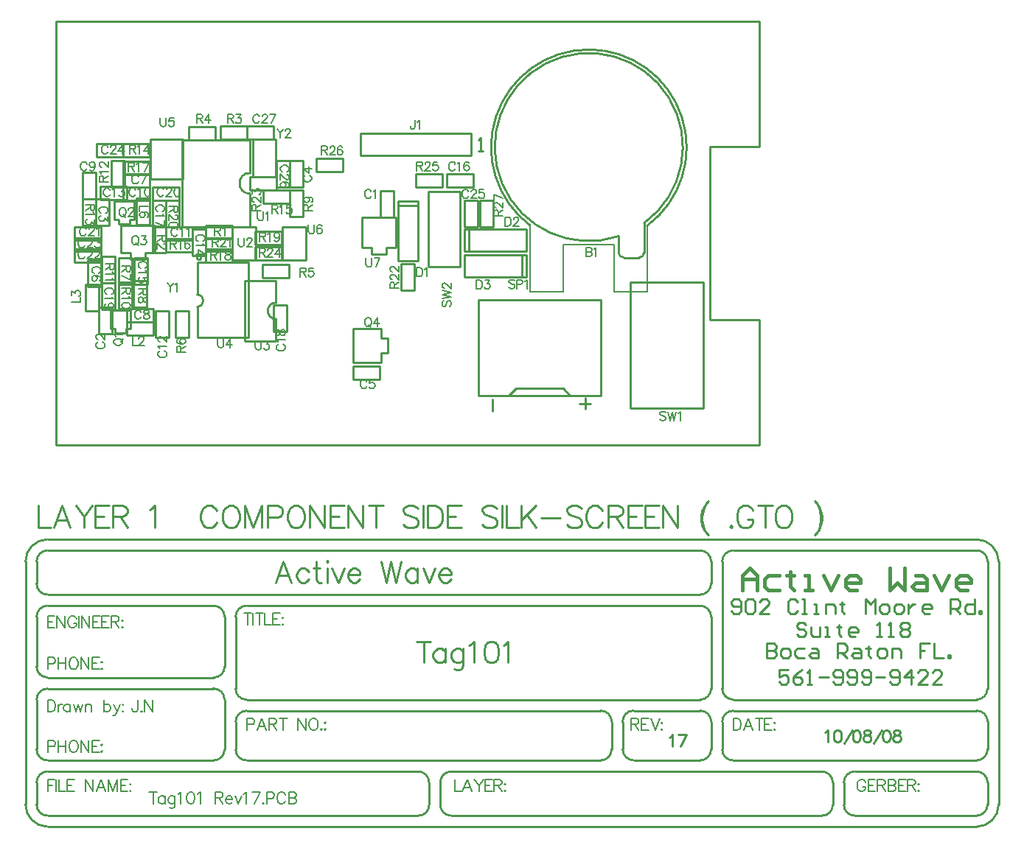
<source format=gto>
%FSLAX23Y23*%
%MOIN*%
G70*
G01*
G75*
G04 Layer_Color=65535*
%ADD10R,0.080X0.060*%
%ADD11R,0.091X0.067*%
%ADD12R,0.030X0.030*%
%ADD13R,0.030X0.030*%
%ADD14R,0.024X0.024*%
%ADD15R,0.098X0.138*%
%ADD16R,0.020X0.050*%
%ADD17R,0.080X0.120*%
%ADD18R,0.070X0.100*%
%ADD19R,0.100X0.070*%
%ADD20O,0.016X0.060*%
%ADD21R,0.014X0.035*%
%ADD22R,0.025X0.030*%
%ADD23R,0.100X0.100*%
%ADD24R,0.064X0.044*%
%ADD25R,0.014X0.035*%
%ADD26R,0.090X0.024*%
%ADD27R,0.024X0.100*%
%ADD28R,0.070X0.024*%
%ADD29R,0.024X0.090*%
%ADD30O,0.016X0.060*%
%ADD31R,0.075X0.043*%
%ADD32R,0.036X0.036*%
%ADD33R,0.036X0.050*%
%ADD34C,0.040*%
%ADD35R,0.074X0.045*%
%ADD36R,0.036X0.036*%
%ADD37R,0.050X0.036*%
%ADD38O,0.024X0.080*%
%ADD39C,0.015*%
%ADD40C,0.040*%
%ADD41C,0.006*%
%ADD42C,0.025*%
%ADD43C,0.010*%
%ADD44C,0.030*%
%ADD45C,0.012*%
%ADD46C,0.016*%
%ADD47C,0.014*%
%ADD48C,0.020*%
%ADD49C,0.008*%
%ADD50C,0.074*%
%ADD51C,0.005*%
%ADD52C,0.009*%
%ADD53C,0.062*%
%ADD54C,0.195*%
%ADD55C,0.070*%
%ADD56C,0.100*%
%ADD57C,0.122*%
%ADD58R,0.050X0.050*%
%ADD59C,0.028*%
%ADD60R,0.070X0.070*%
%ADD61R,0.062X0.062*%
%ADD62C,0.006*%
%ADD63C,0.010*%
D39*
X3053Y-708D02*
Y-641D01*
X3086Y-608D01*
X3119Y-641D01*
Y-708D01*
Y-658D01*
X3053D01*
X3219Y-641D02*
X3169D01*
X3152Y-658D01*
Y-691D01*
X3169Y-708D01*
X3219D01*
X3269Y-625D02*
Y-641D01*
X3252D01*
X3286D01*
X3269D01*
Y-691D01*
X3286Y-708D01*
X3336D02*
X3369D01*
X3352D01*
Y-641D01*
X3336D01*
X3419D02*
X3452Y-708D01*
X3486Y-641D01*
X3569Y-708D02*
X3536D01*
X3519Y-691D01*
Y-658D01*
X3536Y-641D01*
X3569D01*
X3586Y-658D01*
Y-675D01*
X3519D01*
X3719Y-608D02*
Y-708D01*
X3752Y-675D01*
X3786Y-708D01*
Y-608D01*
X3836Y-641D02*
X3869D01*
X3886Y-658D01*
Y-708D01*
X3836D01*
X3819Y-691D01*
X3836Y-675D01*
X3886D01*
X3919Y-641D02*
X3952Y-708D01*
X3986Y-641D01*
X4069Y-708D02*
X4036D01*
X4019Y-691D01*
Y-658D01*
X4036Y-641D01*
X4069D01*
X4086Y-658D01*
Y-675D01*
X4019D01*
D41*
X1701Y602D02*
X1697Y598D01*
X1695Y592D01*
Y585D01*
X1697Y579D01*
X1701Y575D01*
X1705D01*
X1708Y577D01*
X1710Y579D01*
X1712Y583D01*
X1716Y594D01*
X1718Y598D01*
X1720Y600D01*
X1724Y602D01*
X1729D01*
X1733Y598D01*
X1735Y592D01*
Y585D01*
X1733Y579D01*
X1729Y575D01*
X1695Y611D02*
X1735Y620D01*
X1695Y630D02*
X1735Y620D01*
X1695Y630D02*
X1735Y639D01*
X1695Y649D02*
X1735Y639D01*
X1705Y659D02*
X1703D01*
X1699Y661D01*
X1697Y662D01*
X1695Y666D01*
Y674D01*
X1697Y678D01*
X1699Y680D01*
X1703Y681D01*
X1706D01*
X1710Y680D01*
X1716Y676D01*
X1735Y657D01*
Y683D01*
X1850Y695D02*
Y655D01*
Y695D02*
X1863D01*
X1869Y693D01*
X1873Y689D01*
X1875Y685D01*
X1877Y680D01*
Y670D01*
X1875Y665D01*
X1873Y661D01*
X1869Y657D01*
X1863Y655D01*
X1850D01*
X1889Y695D02*
X1910D01*
X1899Y680D01*
X1905D01*
X1908Y678D01*
X1910Y676D01*
X1912Y670D01*
Y666D01*
X1910Y661D01*
X1907Y657D01*
X1901Y655D01*
X1895D01*
X1889Y657D01*
X1888Y659D01*
X1886Y663D01*
X1980Y980D02*
Y940D01*
Y980D02*
X1993D01*
X1999Y978D01*
X2003Y974D01*
X2005Y970D01*
X2007Y965D01*
Y955D01*
X2005Y950D01*
X2003Y946D01*
X1999Y942D01*
X1993Y940D01*
X1980D01*
X2018Y970D02*
Y972D01*
X2019Y976D01*
X2021Y978D01*
X2025Y980D01*
X2033D01*
X2037Y978D01*
X2038Y976D01*
X2040Y972D01*
Y969D01*
X2038Y965D01*
X2035Y959D01*
X2016Y940D01*
X2042D01*
X1814Y1095D02*
X1812Y1099D01*
X1808Y1103D01*
X1804Y1105D01*
X1796D01*
X1793Y1103D01*
X1789Y1099D01*
X1787Y1095D01*
X1785Y1090D01*
Y1080D01*
X1787Y1075D01*
X1789Y1071D01*
X1793Y1067D01*
X1796Y1065D01*
X1804D01*
X1808Y1067D01*
X1812Y1071D01*
X1814Y1075D01*
X1827Y1095D02*
Y1097D01*
X1829Y1101D01*
X1831Y1103D01*
X1834Y1105D01*
X1842D01*
X1846Y1103D01*
X1848Y1101D01*
X1850Y1097D01*
Y1094D01*
X1848Y1090D01*
X1844Y1084D01*
X1825Y1065D01*
X1851D01*
X1883Y1105D02*
X1864D01*
X1862Y1088D01*
X1864Y1090D01*
X1870Y1092D01*
X1876D01*
X1881Y1090D01*
X1885Y1086D01*
X1887Y1080D01*
Y1076D01*
X1885Y1071D01*
X1881Y1067D01*
X1876Y1065D01*
X1870D01*
X1864Y1067D01*
X1862Y1069D01*
X1860Y1073D01*
X420Y1430D02*
Y1401D01*
X422Y1396D01*
X426Y1392D01*
X431Y1390D01*
X435D01*
X441Y1392D01*
X445Y1396D01*
X447Y1401D01*
Y1430D01*
X481D02*
X462D01*
X460Y1413D01*
X462Y1415D01*
X467Y1417D01*
X473D01*
X479Y1415D01*
X482Y1411D01*
X484Y1405D01*
Y1401D01*
X482Y1396D01*
X479Y1392D01*
X473Y1390D01*
X467D01*
X462Y1392D01*
X460Y1394D01*
X458Y1398D01*
X1150Y1301D02*
Y1261D01*
Y1301D02*
X1167D01*
X1173Y1299D01*
X1175Y1297D01*
X1177Y1293D01*
Y1290D01*
X1175Y1286D01*
X1173Y1284D01*
X1167Y1282D01*
X1150D01*
X1163D02*
X1177Y1261D01*
X1188Y1291D02*
Y1293D01*
X1189Y1297D01*
X1191Y1299D01*
X1195Y1301D01*
X1203D01*
X1207Y1299D01*
X1208Y1297D01*
X1210Y1293D01*
Y1290D01*
X1208Y1286D01*
X1205Y1280D01*
X1186Y1261D01*
X1212D01*
X1244Y1295D02*
X1242Y1299D01*
X1236Y1301D01*
X1233D01*
X1227Y1299D01*
X1223Y1293D01*
X1221Y1284D01*
Y1274D01*
X1223Y1267D01*
X1227Y1263D01*
X1233Y1261D01*
X1235D01*
X1240Y1263D01*
X1244Y1267D01*
X1246Y1272D01*
Y1274D01*
X1244Y1280D01*
X1240Y1284D01*
X1235Y1286D01*
X1233D01*
X1227Y1284D01*
X1223Y1280D01*
X1221Y1274D01*
X2024Y691D02*
X2020Y695D01*
X2014Y697D01*
X2007D01*
X2001Y695D01*
X1997Y691D01*
Y687D01*
X1999Y684D01*
X2001Y682D01*
X2005Y680D01*
X2016Y676D01*
X2020Y674D01*
X2022Y672D01*
X2024Y668D01*
Y663D01*
X2020Y659D01*
X2014Y657D01*
X2007D01*
X2001Y659D01*
X1997Y663D01*
X2033Y676D02*
X2050D01*
X2055Y678D01*
X2057Y680D01*
X2059Y684D01*
Y689D01*
X2057Y693D01*
X2055Y695D01*
X2050Y697D01*
X2033D01*
Y657D01*
X2068Y689D02*
X2072Y691D01*
X2078Y697D01*
Y657D01*
X1580Y1230D02*
Y1190D01*
Y1230D02*
X1597D01*
X1603Y1228D01*
X1605Y1226D01*
X1607Y1222D01*
Y1219D01*
X1605Y1215D01*
X1603Y1213D01*
X1597Y1211D01*
X1580D01*
X1593D02*
X1607Y1190D01*
X1618Y1220D02*
Y1222D01*
X1619Y1226D01*
X1621Y1228D01*
X1625Y1230D01*
X1633D01*
X1637Y1228D01*
X1638Y1226D01*
X1640Y1222D01*
Y1219D01*
X1638Y1215D01*
X1635Y1209D01*
X1616Y1190D01*
X1642D01*
X1674Y1230D02*
X1655D01*
X1653Y1213D01*
X1655Y1215D01*
X1661Y1217D01*
X1666D01*
X1672Y1215D01*
X1676Y1211D01*
X1678Y1205D01*
Y1201D01*
X1676Y1196D01*
X1672Y1192D01*
X1666Y1190D01*
X1661D01*
X1655Y1192D01*
X1653Y1194D01*
X1651Y1198D01*
X2707Y94D02*
X2703Y98D01*
X2697Y100D01*
X2690D01*
X2684Y98D01*
X2680Y94D01*
Y90D01*
X2682Y87D01*
X2684Y85D01*
X2688Y83D01*
X2699Y79D01*
X2703Y77D01*
X2705Y75D01*
X2707Y71D01*
Y66D01*
X2703Y62D01*
X2697Y60D01*
X2690D01*
X2684Y62D01*
X2680Y66D01*
X2716Y100D02*
X2725Y60D01*
X2735Y100D02*
X2725Y60D01*
X2735Y100D02*
X2744Y60D01*
X2754Y100D02*
X2744Y60D01*
X2762Y92D02*
X2766Y94D01*
X2771Y100D01*
Y60D01*
X436Y1104D02*
X434Y1108D01*
X430Y1111D01*
X426Y1113D01*
X419D01*
X415Y1111D01*
X411Y1108D01*
X409Y1104D01*
X407Y1098D01*
Y1089D01*
X409Y1083D01*
X411Y1079D01*
X415Y1075D01*
X419Y1073D01*
X426D01*
X430Y1075D01*
X434Y1079D01*
X436Y1083D01*
X449Y1104D02*
Y1106D01*
X451Y1110D01*
X453Y1111D01*
X457Y1113D01*
X464D01*
X468Y1111D01*
X470Y1110D01*
X472Y1106D01*
Y1102D01*
X470Y1098D01*
X466Y1092D01*
X447Y1073D01*
X474D01*
X494Y1113D02*
X488Y1111D01*
X485Y1106D01*
X483Y1096D01*
Y1090D01*
X485Y1081D01*
X488Y1075D01*
X494Y1073D01*
X498D01*
X504Y1075D01*
X507Y1081D01*
X509Y1090D01*
Y1096D01*
X507Y1106D01*
X504Y1111D01*
X498Y1113D01*
X494D01*
X430Y1005D02*
X434Y1007D01*
X438Y1011D01*
X440Y1015D01*
Y1023D01*
X438Y1026D01*
X434Y1030D01*
X430Y1032D01*
X425Y1034D01*
X415D01*
X409Y1032D01*
X406Y1030D01*
X402Y1026D01*
X400Y1023D01*
Y1015D01*
X402Y1011D01*
X406Y1007D01*
X409Y1005D01*
X432Y994D02*
X434Y990D01*
X440Y985D01*
X400D01*
X440Y938D02*
X400Y957D01*
X440Y965D02*
Y938D01*
X1354Y235D02*
X1352Y239D01*
X1348Y243D01*
X1344Y245D01*
X1336D01*
X1333Y243D01*
X1329Y239D01*
X1327Y235D01*
X1325Y230D01*
Y220D01*
X1327Y215D01*
X1329Y211D01*
X1333Y207D01*
X1336Y205D01*
X1344D01*
X1348Y207D01*
X1352Y211D01*
X1354Y215D01*
X1388Y245D02*
X1369D01*
X1367Y228D01*
X1369Y230D01*
X1374Y232D01*
X1380D01*
X1386Y230D01*
X1390Y226D01*
X1391Y220D01*
Y216D01*
X1390Y211D01*
X1386Y207D01*
X1380Y205D01*
X1374D01*
X1369Y207D01*
X1367Y209D01*
X1365Y213D01*
X499Y923D02*
X497Y927D01*
X493Y931D01*
X489Y933D01*
X481D01*
X478Y931D01*
X474Y927D01*
X472Y923D01*
X470Y918D01*
Y908D01*
X472Y903D01*
X474Y899D01*
X478Y895D01*
X481Y893D01*
X489D01*
X493Y895D01*
X497Y899D01*
X499Y903D01*
X510Y925D02*
X514Y927D01*
X519Y933D01*
Y893D01*
X539Y925D02*
X543Y927D01*
X549Y933D01*
Y893D01*
X1374Y1095D02*
X1372Y1099D01*
X1368Y1103D01*
X1364Y1105D01*
X1356D01*
X1353Y1103D01*
X1349Y1099D01*
X1347Y1095D01*
X1345Y1090D01*
Y1080D01*
X1347Y1075D01*
X1349Y1071D01*
X1353Y1067D01*
X1356Y1065D01*
X1364D01*
X1368Y1067D01*
X1372Y1071D01*
X1374Y1075D01*
X1385Y1097D02*
X1389Y1099D01*
X1394Y1105D01*
Y1065D01*
X351Y749D02*
X355Y751D01*
X359Y755D01*
X361Y759D01*
Y767D01*
X359Y770D01*
X355Y774D01*
X351Y776D01*
X346Y778D01*
X336D01*
X331Y776D01*
X327Y774D01*
X323Y770D01*
X321Y767D01*
Y759D01*
X323Y755D01*
X327Y751D01*
X331Y749D01*
X353Y738D02*
X355Y734D01*
X361Y729D01*
X321D01*
X361Y686D02*
Y705D01*
X344Y707D01*
X346Y705D01*
X348Y699D01*
Y694D01*
X346Y688D01*
X342Y684D01*
X336Y682D01*
X332D01*
X327Y684D01*
X323Y688D01*
X321Y694D01*
Y699D01*
X323Y705D01*
X325Y707D01*
X329Y709D01*
X955Y404D02*
X951Y402D01*
X947Y398D01*
X945Y394D01*
Y386D01*
X947Y383D01*
X951Y379D01*
X955Y377D01*
X960Y375D01*
X970D01*
X975Y377D01*
X979Y379D01*
X983Y383D01*
X985Y386D01*
Y394D01*
X983Y398D01*
X979Y402D01*
X975Y404D01*
X953Y415D02*
X951Y419D01*
X945Y424D01*
X985D01*
X945Y454D02*
X947Y448D01*
X951Y446D01*
X955D01*
X958Y448D01*
X960Y452D01*
X962Y459D01*
X964Y465D01*
X968Y469D01*
X972Y471D01*
X977D01*
X981Y469D01*
X983Y467D01*
X985Y461D01*
Y454D01*
X983Y448D01*
X981Y446D01*
X977Y444D01*
X972D01*
X968Y446D01*
X964Y450D01*
X962Y456D01*
X960Y463D01*
X958Y467D01*
X955Y469D01*
X951D01*
X947Y467D01*
X945Y461D01*
Y454D01*
X184Y1296D02*
X182Y1300D01*
X178Y1304D01*
X174Y1306D01*
X166D01*
X163Y1304D01*
X159Y1300D01*
X157Y1296D01*
X155Y1291D01*
Y1281D01*
X157Y1276D01*
X159Y1272D01*
X163Y1268D01*
X166Y1266D01*
X174D01*
X178Y1268D01*
X182Y1272D01*
X184Y1276D01*
X197Y1296D02*
Y1298D01*
X199Y1302D01*
X201Y1304D01*
X204Y1306D01*
X212D01*
X216Y1304D01*
X218Y1302D01*
X220Y1298D01*
Y1295D01*
X218Y1291D01*
X214Y1285D01*
X195Y1266D01*
X221D01*
X249Y1306D02*
X230Y1279D01*
X259D01*
X249Y1306D02*
Y1266D01*
X20Y595D02*
X60D01*
Y618D01*
X20Y626D02*
Y647D01*
X35Y636D01*
Y641D01*
X37Y645D01*
X39Y647D01*
X45Y649D01*
X49D01*
X54Y647D01*
X58Y643D01*
X60Y637D01*
Y632D01*
X58Y626D01*
X56Y624D01*
X52Y622D01*
X367Y1030D02*
X327D01*
Y1007D01*
X361Y980D02*
X365Y982D01*
X367Y988D01*
Y991D01*
X365Y997D01*
X359Y1001D01*
X350Y1003D01*
X340D01*
X333Y1001D01*
X329Y997D01*
X327Y991D01*
Y989D01*
X329Y984D01*
X333Y980D01*
X338Y978D01*
X340D01*
X346Y980D01*
X350Y984D01*
X352Y989D01*
Y991D01*
X350Y997D01*
X346Y1001D01*
X340Y1003D01*
X447Y897D02*
X407D01*
X447D02*
Y880D01*
X445Y874D01*
X443Y872D01*
X439Y870D01*
X436D01*
X432Y872D01*
X430Y874D01*
X428Y880D01*
Y897D01*
Y884D02*
X407Y870D01*
X437Y859D02*
X439D01*
X443Y858D01*
X445Y856D01*
X447Y852D01*
Y844D01*
X445Y840D01*
X443Y839D01*
X439Y837D01*
X436D01*
X432Y839D01*
X426Y842D01*
X407Y861D01*
Y835D01*
X277Y1227D02*
Y1187D01*
Y1227D02*
X294D01*
X300Y1225D01*
X302Y1223D01*
X304Y1219D01*
Y1216D01*
X302Y1212D01*
X300Y1210D01*
X294Y1208D01*
X277D01*
X290D02*
X304Y1187D01*
X313Y1219D02*
X316Y1221D01*
X322Y1227D01*
Y1187D01*
X369Y1227D02*
X350Y1187D01*
X342Y1227D02*
X369D01*
X145Y1140D02*
X185D01*
X145D02*
Y1157D01*
X147Y1163D01*
X149Y1165D01*
X153Y1167D01*
X156D01*
X160Y1165D01*
X162Y1163D01*
X164Y1157D01*
Y1140D01*
Y1153D02*
X185Y1167D01*
X153Y1176D02*
X151Y1179D01*
X145Y1185D01*
X185D01*
X155Y1207D02*
X153D01*
X149Y1209D01*
X147Y1211D01*
X145Y1214D01*
Y1222D01*
X147Y1226D01*
X149Y1228D01*
X153Y1230D01*
X156D01*
X160Y1228D01*
X166Y1224D01*
X185Y1205D01*
Y1232D01*
X124Y1037D02*
X84D01*
X124D02*
Y1020D01*
X122Y1014D01*
X120Y1012D01*
X116Y1010D01*
X113D01*
X109Y1012D01*
X107Y1014D01*
X105Y1020D01*
Y1037D01*
Y1024D02*
X84Y1010D01*
X116Y1001D02*
X118Y998D01*
X124Y992D01*
X84D01*
X124Y968D02*
Y947D01*
X109Y959D01*
Y953D01*
X107Y949D01*
X105Y947D01*
X99Y945D01*
X95D01*
X90Y947D01*
X86Y951D01*
X84Y957D01*
Y963D01*
X86Y968D01*
X88Y970D01*
X92Y972D01*
X141Y726D02*
X145Y728D01*
X149Y732D01*
X151Y736D01*
Y744D01*
X149Y747D01*
X145Y751D01*
X141Y753D01*
X136Y755D01*
X126D01*
X121Y753D01*
X117Y751D01*
X113Y747D01*
X111Y744D01*
Y736D01*
X113Y732D01*
X117Y728D01*
X121Y726D01*
X145Y692D02*
X149Y694D01*
X151Y700D01*
Y704D01*
X149Y709D01*
X143Y713D01*
X134Y715D01*
X124D01*
X117Y713D01*
X113Y709D01*
X111Y704D01*
Y702D01*
X113Y696D01*
X117Y692D01*
X122Y690D01*
X124D01*
X130Y692D01*
X134Y696D01*
X136Y702D01*
Y704D01*
X134Y709D01*
X130Y713D01*
X124Y715D01*
X321Y1161D02*
X319Y1165D01*
X315Y1169D01*
X311Y1171D01*
X303D01*
X300Y1169D01*
X296Y1165D01*
X294Y1161D01*
X292Y1156D01*
Y1146D01*
X294Y1141D01*
X296Y1137D01*
X300Y1133D01*
X303Y1131D01*
X311D01*
X315Y1133D01*
X319Y1137D01*
X321Y1141D01*
X358Y1171D02*
X339Y1131D01*
X332Y1171D02*
X358D01*
X334Y549D02*
X332Y553D01*
X328Y557D01*
X324Y559D01*
X316D01*
X313Y557D01*
X309Y553D01*
X307Y549D01*
X305Y544D01*
Y534D01*
X307Y529D01*
X309Y525D01*
X313Y521D01*
X316Y519D01*
X324D01*
X328Y521D01*
X332Y525D01*
X334Y529D01*
X354Y559D02*
X349Y557D01*
X347Y553D01*
Y549D01*
X349Y546D01*
X352Y544D01*
X360Y542D01*
X366Y540D01*
X370Y536D01*
X371Y532D01*
Y527D01*
X370Y523D01*
X368Y521D01*
X362Y519D01*
X354D01*
X349Y521D01*
X347Y523D01*
X345Y527D01*
Y532D01*
X347Y536D01*
X351Y540D01*
X356Y542D01*
X364Y544D01*
X368Y546D01*
X370Y549D01*
Y553D01*
X368Y557D01*
X362Y559D01*
X354D01*
X89Y1220D02*
X87Y1224D01*
X83Y1228D01*
X79Y1230D01*
X71D01*
X68Y1228D01*
X64Y1224D01*
X62Y1220D01*
X60Y1215D01*
Y1205D01*
X62Y1200D01*
X64Y1196D01*
X68Y1192D01*
X71Y1190D01*
X79D01*
X83Y1192D01*
X87Y1196D01*
X89Y1200D01*
X125Y1217D02*
X123Y1211D01*
X119Y1207D01*
X113Y1205D01*
X111D01*
X106Y1207D01*
X102Y1211D01*
X100Y1217D01*
Y1219D01*
X102Y1224D01*
X106Y1228D01*
X111Y1230D01*
X113D01*
X119Y1228D01*
X123Y1224D01*
X125Y1217D01*
Y1207D01*
X123Y1198D01*
X119Y1192D01*
X113Y1190D01*
X109D01*
X104Y1192D01*
X102Y1196D01*
X309Y1103D02*
X307Y1107D01*
X303Y1111D01*
X299Y1113D01*
X291D01*
X288Y1111D01*
X284Y1107D01*
X282Y1103D01*
X280Y1098D01*
Y1088D01*
X282Y1083D01*
X284Y1079D01*
X288Y1075D01*
X291Y1073D01*
X299D01*
X303Y1075D01*
X307Y1079D01*
X309Y1083D01*
X320Y1105D02*
X324Y1107D01*
X329Y1113D01*
Y1073D01*
X361Y1113D02*
X355Y1111D01*
X351Y1105D01*
X349Y1096D01*
Y1090D01*
X351Y1081D01*
X355Y1075D01*
X361Y1073D01*
X364D01*
X370Y1075D01*
X374Y1081D01*
X376Y1090D01*
Y1096D01*
X374Y1105D01*
X370Y1111D01*
X364Y1113D01*
X361D01*
X1075Y1169D02*
X1071Y1167D01*
X1067Y1163D01*
X1065Y1159D01*
Y1151D01*
X1067Y1148D01*
X1071Y1144D01*
X1075Y1142D01*
X1080Y1140D01*
X1090D01*
X1095Y1142D01*
X1099Y1144D01*
X1103Y1148D01*
X1105Y1151D01*
Y1159D01*
X1103Y1163D01*
X1099Y1167D01*
X1095Y1169D01*
X1065Y1199D02*
X1092Y1180D01*
Y1208D01*
X1065Y1199D02*
X1105D01*
X993Y1185D02*
X997Y1187D01*
X1001Y1191D01*
X1003Y1195D01*
Y1203D01*
X1001Y1206D01*
X997Y1210D01*
X993Y1212D01*
X988Y1214D01*
X978D01*
X973Y1212D01*
X969Y1210D01*
X965Y1206D01*
X963Y1203D01*
Y1195D01*
X965Y1191D01*
X969Y1187D01*
X973Y1185D01*
X993Y1172D02*
X995D01*
X999Y1170D01*
X1001Y1168D01*
X1003Y1165D01*
Y1157D01*
X1001Y1153D01*
X999Y1151D01*
X995Y1149D01*
X992D01*
X988Y1151D01*
X982Y1155D01*
X963Y1174D01*
Y1148D01*
X997Y1116D02*
X1001Y1118D01*
X1003Y1123D01*
Y1127D01*
X1001Y1133D01*
X995Y1137D01*
X986Y1139D01*
X976D01*
X969Y1137D01*
X965Y1133D01*
X963Y1127D01*
Y1125D01*
X965Y1120D01*
X969Y1116D01*
X974Y1114D01*
X976D01*
X982Y1116D01*
X986Y1120D01*
X988Y1125D01*
Y1127D01*
X986Y1133D01*
X982Y1137D01*
X976Y1139D01*
X869Y1435D02*
X867Y1439D01*
X863Y1443D01*
X859Y1445D01*
X851D01*
X848Y1443D01*
X844Y1439D01*
X842Y1435D01*
X840Y1430D01*
Y1420D01*
X842Y1415D01*
X844Y1411D01*
X848Y1407D01*
X851Y1405D01*
X859D01*
X863Y1407D01*
X867Y1411D01*
X869Y1415D01*
X882Y1435D02*
Y1437D01*
X884Y1441D01*
X886Y1443D01*
X889Y1445D01*
X897D01*
X901Y1443D01*
X903Y1441D01*
X905Y1437D01*
Y1434D01*
X903Y1430D01*
X899Y1424D01*
X880Y1405D01*
X906D01*
X942Y1445D02*
X923Y1405D01*
X915Y1445D02*
X942D01*
X648Y827D02*
Y787D01*
Y827D02*
X665D01*
X671Y825D01*
X673Y823D01*
X675Y819D01*
Y816D01*
X673Y812D01*
X671Y810D01*
X665Y808D01*
X648D01*
X661D02*
X675Y787D01*
X684Y819D02*
X687Y821D01*
X693Y827D01*
Y787D01*
X722Y827D02*
X717Y825D01*
X715Y821D01*
Y817D01*
X717Y814D01*
X721Y812D01*
X728Y810D01*
X734Y808D01*
X738Y804D01*
X740Y800D01*
Y795D01*
X738Y791D01*
X736Y789D01*
X730Y787D01*
X722D01*
X717Y789D01*
X715Y791D01*
X713Y795D01*
Y800D01*
X715Y804D01*
X719Y808D01*
X724Y810D01*
X732Y812D01*
X736Y814D01*
X738Y817D01*
Y821D01*
X736Y825D01*
X730Y827D01*
X722D01*
X1571Y1418D02*
Y1388D01*
X1569Y1382D01*
X1567Y1380D01*
X1563Y1378D01*
X1560D01*
X1556Y1380D01*
X1554Y1382D01*
X1552Y1388D01*
Y1391D01*
X1581Y1410D02*
X1585Y1412D01*
X1591Y1418D01*
Y1378D01*
X140Y414D02*
X136Y412D01*
X132Y408D01*
X130Y404D01*
Y396D01*
X132Y393D01*
X136Y389D01*
X140Y387D01*
X145Y385D01*
X155D01*
X160Y387D01*
X164Y389D01*
X168Y393D01*
X170Y396D01*
Y404D01*
X168Y408D01*
X164Y412D01*
X160Y414D01*
X140Y427D02*
X138D01*
X134Y429D01*
X132Y431D01*
X130Y434D01*
Y442D01*
X132Y446D01*
X134Y448D01*
X138Y450D01*
X141D01*
X145Y448D01*
X151Y444D01*
X170Y425D01*
Y451D01*
X174Y998D02*
X178Y1000D01*
X182Y1004D01*
X184Y1008D01*
Y1016D01*
X182Y1019D01*
X178Y1023D01*
X174Y1025D01*
X169Y1027D01*
X159D01*
X154Y1025D01*
X150Y1023D01*
X146Y1019D01*
X144Y1016D01*
Y1008D01*
X146Y1004D01*
X150Y1000D01*
X154Y998D01*
X184Y983D02*
Y962D01*
X169Y974D01*
Y968D01*
X167Y964D01*
X165Y962D01*
X159Y961D01*
X155D01*
X150Y962D01*
X146Y966D01*
X144Y972D01*
Y978D01*
X146Y983D01*
X148Y985D01*
X152Y987D01*
X1460Y660D02*
X1500D01*
X1460D02*
Y677D01*
X1462Y683D01*
X1464Y685D01*
X1468Y687D01*
X1471D01*
X1475Y685D01*
X1477Y683D01*
X1479Y677D01*
Y660D01*
Y673D02*
X1500Y687D01*
X1470Y698D02*
X1468D01*
X1464Y699D01*
X1462Y701D01*
X1460Y705D01*
Y713D01*
X1462Y717D01*
X1464Y718D01*
X1468Y720D01*
X1471D01*
X1475Y718D01*
X1481Y715D01*
X1500Y696D01*
Y722D01*
X1470Y733D02*
X1468D01*
X1464Y735D01*
X1462Y737D01*
X1460Y741D01*
Y748D01*
X1462Y752D01*
X1464Y754D01*
X1468Y756D01*
X1471D01*
X1475Y754D01*
X1481Y750D01*
X1500Y731D01*
Y758D01*
X495Y370D02*
X535D01*
X495D02*
Y387D01*
X497Y393D01*
X499Y395D01*
X503Y397D01*
X506D01*
X510Y395D01*
X512Y393D01*
X514Y387D01*
Y370D01*
Y383D02*
X535Y397D01*
X501Y428D02*
X497Y427D01*
X495Y421D01*
Y417D01*
X497Y411D01*
X503Y408D01*
X512Y406D01*
X522D01*
X529Y408D01*
X533Y411D01*
X535Y417D01*
Y419D01*
X533Y425D01*
X529Y428D01*
X524Y430D01*
X522D01*
X516Y428D01*
X512Y425D01*
X510Y419D01*
Y417D01*
X512Y411D01*
X516Y408D01*
X522Y406D01*
X656Y885D02*
Y845D01*
Y885D02*
X673D01*
X679Y883D01*
X681Y881D01*
X683Y877D01*
Y874D01*
X681Y870D01*
X679Y868D01*
X673Y866D01*
X656D01*
X669D02*
X683Y845D01*
X694Y875D02*
Y877D01*
X695Y881D01*
X697Y883D01*
X701Y885D01*
X709D01*
X713Y883D01*
X714Y881D01*
X716Y877D01*
Y874D01*
X714Y870D01*
X711Y864D01*
X692Y845D01*
X718D01*
X727Y877D02*
X731Y879D01*
X737Y885D01*
Y845D01*
X611Y871D02*
X615Y873D01*
X619Y877D01*
X621Y881D01*
Y889D01*
X619Y892D01*
X615Y896D01*
X611Y898D01*
X606Y900D01*
X596D01*
X591Y898D01*
X587Y896D01*
X583Y892D01*
X581Y889D01*
Y881D01*
X583Y877D01*
X587Y873D01*
X591Y871D01*
X613Y860D02*
X615Y856D01*
X621Y851D01*
X581D01*
X621Y812D02*
X594Y831D01*
Y802D01*
X621Y812D02*
X581D01*
X680Y430D02*
Y401D01*
X682Y396D01*
X686Y392D01*
X691Y390D01*
X695D01*
X701Y392D01*
X705Y396D01*
X707Y401D01*
Y430D01*
X737D02*
X718Y403D01*
X746D01*
X737Y430D02*
Y390D01*
X303Y895D02*
X300Y893D01*
X296Y889D01*
X294Y885D01*
X292Y880D01*
Y870D01*
X294Y865D01*
X296Y861D01*
X300Y857D01*
X303Y855D01*
X311D01*
X315Y857D01*
X319Y861D01*
X321Y865D01*
X322Y870D01*
Y880D01*
X321Y885D01*
X319Y889D01*
X315Y893D01*
X311Y895D01*
X303D01*
X309Y863D02*
X321Y851D01*
X336Y895D02*
X357D01*
X345Y880D01*
X351D01*
X355Y878D01*
X357Y876D01*
X358Y870D01*
Y866D01*
X357Y861D01*
X353Y857D01*
X347Y855D01*
X341D01*
X336Y857D01*
X334Y859D01*
X332Y863D01*
X295Y440D02*
Y400D01*
X318D01*
X324Y430D02*
Y432D01*
X326Y436D01*
X328Y438D01*
X332Y440D01*
X339D01*
X343Y438D01*
X345Y436D01*
X347Y432D01*
Y429D01*
X345Y425D01*
X341Y419D01*
X322Y400D01*
X349D01*
X835Y1010D02*
X875D01*
X835D02*
Y1027D01*
X837Y1033D01*
X839Y1035D01*
X843Y1037D01*
X846D01*
X850Y1035D01*
X852Y1033D01*
X854Y1027D01*
Y1010D01*
Y1023D02*
X875Y1037D01*
X845Y1048D02*
X843D01*
X839Y1049D01*
X837Y1051D01*
X835Y1055D01*
Y1063D01*
X837Y1067D01*
X839Y1068D01*
X843Y1070D01*
X846D01*
X850Y1068D01*
X856Y1065D01*
X875Y1046D01*
Y1072D01*
X835Y1085D02*
Y1106D01*
X850Y1095D01*
Y1100D01*
X852Y1104D01*
X854Y1106D01*
X860Y1108D01*
X864D01*
X869Y1106D01*
X873Y1102D01*
X875Y1096D01*
Y1091D01*
X873Y1085D01*
X871Y1083D01*
X867Y1081D01*
X949Y1380D02*
X964Y1361D01*
Y1340D01*
X979Y1380D02*
X964Y1361D01*
X987Y1370D02*
Y1372D01*
X988Y1376D01*
X990Y1378D01*
X994Y1380D01*
X1002D01*
X1006Y1378D01*
X1007Y1376D01*
X1009Y1372D01*
Y1369D01*
X1007Y1365D01*
X1004Y1359D01*
X985Y1340D01*
X1011D01*
X420Y374D02*
X416Y372D01*
X412Y368D01*
X410Y364D01*
Y356D01*
X412Y353D01*
X416Y349D01*
X420Y347D01*
X425Y345D01*
X435D01*
X440Y347D01*
X444Y349D01*
X448Y353D01*
X450Y356D01*
Y364D01*
X448Y368D01*
X444Y372D01*
X440Y374D01*
X418Y385D02*
X416Y389D01*
X410Y394D01*
X450D01*
X420Y416D02*
X418D01*
X414Y418D01*
X412Y420D01*
X410Y424D01*
Y431D01*
X412Y435D01*
X414Y437D01*
X418Y439D01*
X421D01*
X425Y437D01*
X431Y433D01*
X450Y414D01*
Y441D01*
X193Y1102D02*
X191Y1106D01*
X187Y1110D01*
X183Y1112D01*
X175D01*
X172Y1110D01*
X168Y1106D01*
X166Y1102D01*
X164Y1097D01*
Y1087D01*
X166Y1082D01*
X168Y1078D01*
X172Y1074D01*
X175Y1072D01*
X183D01*
X187Y1074D01*
X191Y1078D01*
X193Y1082D01*
X204Y1104D02*
X208Y1106D01*
X213Y1112D01*
Y1072D01*
X237Y1112D02*
X258D01*
X246Y1097D01*
X252D01*
X256Y1095D01*
X258Y1093D01*
X260Y1087D01*
Y1083D01*
X258Y1078D01*
X254Y1074D01*
X248Y1072D01*
X243D01*
X237Y1074D01*
X235Y1076D01*
X233Y1080D01*
X500Y1028D02*
X460D01*
X500D02*
Y1011D01*
X498Y1005D01*
X496Y1003D01*
X492Y1001D01*
X489D01*
X485Y1003D01*
X483Y1005D01*
X481Y1011D01*
Y1028D01*
Y1015D02*
X460Y1001D01*
X490Y990D02*
X492D01*
X496Y989D01*
X498Y987D01*
X500Y983D01*
Y975D01*
X498Y971D01*
X496Y970D01*
X492Y968D01*
X489D01*
X485Y970D01*
X479Y973D01*
X460Y992D01*
Y966D01*
X500Y945D02*
X498Y951D01*
X492Y955D01*
X483Y957D01*
X477D01*
X468Y955D01*
X462Y951D01*
X460Y945D01*
Y942D01*
X462Y936D01*
X468Y932D01*
X477Y930D01*
X483D01*
X492Y932D01*
X498Y936D01*
X500Y942D01*
Y945D01*
X667Y936D02*
Y896D01*
Y936D02*
X684D01*
X690Y934D01*
X692Y932D01*
X694Y928D01*
Y925D01*
X692Y921D01*
X690Y919D01*
X684Y917D01*
X667D01*
X680D02*
X694Y896D01*
X703Y928D02*
X706Y930D01*
X712Y936D01*
Y896D01*
X1070Y1010D02*
X1110D01*
X1070D02*
Y1027D01*
X1072Y1033D01*
X1074Y1035D01*
X1078Y1037D01*
X1081D01*
X1085Y1035D01*
X1087Y1033D01*
X1089Y1027D01*
Y1010D01*
Y1023D02*
X1110Y1037D01*
X1083Y1070D02*
X1089Y1068D01*
X1093Y1065D01*
X1095Y1059D01*
Y1057D01*
X1093Y1051D01*
X1089Y1048D01*
X1083Y1046D01*
X1081D01*
X1076Y1048D01*
X1072Y1051D01*
X1070Y1057D01*
Y1059D01*
X1072Y1065D01*
X1076Y1068D01*
X1083Y1070D01*
X1093D01*
X1102Y1068D01*
X1108Y1065D01*
X1110Y1059D01*
Y1055D01*
X1108Y1049D01*
X1104Y1048D01*
X286Y658D02*
X246D01*
X286D02*
Y641D01*
X284Y635D01*
X282Y633D01*
X278Y631D01*
X275D01*
X271Y633D01*
X269Y635D01*
X267Y641D01*
Y658D01*
Y645D02*
X246Y631D01*
X278Y622D02*
X280Y619D01*
X286Y613D01*
X246D01*
X286Y582D02*
X284Y587D01*
X278Y591D01*
X269Y593D01*
X263D01*
X254Y591D01*
X248Y587D01*
X246Y582D01*
Y578D01*
X248Y572D01*
X254Y568D01*
X263Y566D01*
X269D01*
X278Y568D01*
X284Y572D01*
X286Y578D01*
Y582D01*
X925Y1035D02*
Y995D01*
Y1035D02*
X942D01*
X948Y1033D01*
X950Y1031D01*
X952Y1027D01*
Y1024D01*
X950Y1020D01*
X948Y1018D01*
X942Y1016D01*
X925D01*
X938D02*
X952Y995D01*
X961Y1027D02*
X964Y1029D01*
X970Y1035D01*
Y995D01*
X1013Y1035D02*
X994D01*
X992Y1018D01*
X994Y1020D01*
X999Y1022D01*
X1005D01*
X1011Y1020D01*
X1015Y1016D01*
X1017Y1010D01*
Y1006D01*
X1015Y1001D01*
X1011Y997D01*
X1005Y995D01*
X999D01*
X994Y997D01*
X992Y999D01*
X990Y1003D01*
X725Y1445D02*
Y1405D01*
Y1445D02*
X742D01*
X748Y1443D01*
X750Y1441D01*
X752Y1437D01*
Y1434D01*
X750Y1430D01*
X748Y1428D01*
X742Y1426D01*
X725D01*
X738D02*
X752Y1405D01*
X764Y1445D02*
X785D01*
X774Y1430D01*
X780D01*
X783Y1428D01*
X785Y1426D01*
X787Y1420D01*
Y1416D01*
X785Y1411D01*
X782Y1407D01*
X776Y1405D01*
X770D01*
X764Y1407D01*
X763Y1409D01*
X761Y1413D01*
X585Y1445D02*
Y1405D01*
Y1445D02*
X602D01*
X608Y1443D01*
X610Y1441D01*
X612Y1437D01*
Y1434D01*
X610Y1430D01*
X608Y1428D01*
X602Y1426D01*
X585D01*
X598D02*
X612Y1405D01*
X640Y1445D02*
X621Y1418D01*
X649D01*
X640Y1445D02*
Y1405D01*
X1053Y750D02*
Y710D01*
Y750D02*
X1070D01*
X1076Y748D01*
X1078Y746D01*
X1080Y742D01*
Y739D01*
X1078Y735D01*
X1076Y733D01*
X1070Y731D01*
X1053D01*
X1066D02*
X1080Y710D01*
X1111Y750D02*
X1092D01*
X1091Y733D01*
X1092Y735D01*
X1098Y737D01*
X1104D01*
X1110Y735D01*
X1113Y731D01*
X1115Y725D01*
Y721D01*
X1113Y716D01*
X1110Y712D01*
X1104Y710D01*
X1098D01*
X1092Y712D01*
X1091Y714D01*
X1089Y718D01*
X361Y655D02*
X321D01*
X361D02*
Y638D01*
X359Y632D01*
X357Y630D01*
X353Y628D01*
X350D01*
X346Y630D01*
X344Y632D01*
X342Y638D01*
Y655D01*
Y642D02*
X321Y628D01*
X361Y610D02*
X359Y616D01*
X355Y617D01*
X351D01*
X348Y616D01*
X346Y612D01*
X344Y604D01*
X342Y598D01*
X338Y595D01*
X334Y593D01*
X329D01*
X325Y595D01*
X323Y597D01*
X321Y602D01*
Y610D01*
X323Y616D01*
X325Y617D01*
X329Y619D01*
X334D01*
X338Y617D01*
X342Y614D01*
X344Y608D01*
X346Y600D01*
X348Y597D01*
X351Y595D01*
X355D01*
X359Y597D01*
X361Y602D01*
Y610D01*
X200Y631D02*
X204Y633D01*
X208Y637D01*
X210Y641D01*
Y649D01*
X208Y652D01*
X204Y656D01*
X200Y658D01*
X195Y660D01*
X185D01*
X180Y658D01*
X176Y656D01*
X172Y652D01*
X170Y649D01*
Y641D01*
X172Y637D01*
X176Y633D01*
X180Y631D01*
X202Y620D02*
X204Y616D01*
X210Y611D01*
X170D01*
X197Y566D02*
X191Y568D01*
X187Y572D01*
X185Y578D01*
Y579D01*
X187Y585D01*
X191Y589D01*
X197Y591D01*
X199D01*
X204Y589D01*
X208Y585D01*
X210Y579D01*
Y578D01*
X208Y572D01*
X204Y568D01*
X197Y566D01*
X187D01*
X178Y568D01*
X172Y572D01*
X170Y578D01*
Y581D01*
X172Y587D01*
X176Y589D01*
X282Y1307D02*
Y1267D01*
Y1307D02*
X299D01*
X305Y1305D01*
X307Y1303D01*
X309Y1299D01*
Y1296D01*
X307Y1292D01*
X305Y1290D01*
X299Y1288D01*
X282D01*
X295D02*
X309Y1267D01*
X318Y1299D02*
X321Y1301D01*
X327Y1307D01*
Y1267D01*
X366Y1307D02*
X347Y1280D01*
X376D01*
X366Y1307D02*
Y1267D01*
X286Y758D02*
X246D01*
X286D02*
Y741D01*
X284Y735D01*
X282Y733D01*
X278Y731D01*
X275D01*
X271Y733D01*
X269Y735D01*
X267Y741D01*
Y758D01*
Y745D02*
X246Y731D01*
X286Y696D02*
X246Y715D01*
X286Y722D02*
Y696D01*
X211Y768D02*
X171D01*
X211D02*
Y751D01*
X209Y745D01*
X207Y743D01*
X203Y741D01*
X200D01*
X196Y743D01*
X194Y745D01*
X192Y751D01*
Y768D01*
Y755D02*
X171Y741D01*
X203Y732D02*
X205Y729D01*
X211Y723D01*
X171D01*
X203Y703D02*
X205Y699D01*
X211Y694D01*
X171D01*
X466Y877D02*
Y837D01*
Y877D02*
X483D01*
X489Y875D01*
X491Y873D01*
X493Y869D01*
Y866D01*
X491Y862D01*
X489Y860D01*
X483Y858D01*
X466D01*
X479D02*
X493Y837D01*
X502Y869D02*
X505Y871D01*
X511Y877D01*
Y837D01*
X554Y871D02*
X552Y875D01*
X546Y877D01*
X542D01*
X537Y875D01*
X533Y869D01*
X531Y860D01*
Y850D01*
X533Y843D01*
X537Y839D01*
X542Y837D01*
X544D01*
X550Y839D01*
X554Y843D01*
X556Y848D01*
Y850D01*
X554Y856D01*
X550Y860D01*
X544Y862D01*
X542D01*
X537Y860D01*
X533Y856D01*
X531Y850D01*
X451Y683D02*
X466Y664D01*
Y643D01*
X481Y683D02*
X466Y664D01*
X487Y675D02*
X490Y677D01*
X496Y683D01*
Y643D01*
X870Y910D02*
Y870D01*
Y910D02*
X887D01*
X893Y908D01*
X895Y906D01*
X897Y902D01*
Y899D01*
X895Y895D01*
X893Y893D01*
X887Y891D01*
X870D01*
X883D02*
X897Y870D01*
X906Y902D02*
X909Y904D01*
X915Y910D01*
Y870D01*
X960Y897D02*
X958Y891D01*
X954Y887D01*
X948Y885D01*
X946D01*
X941Y887D01*
X937Y891D01*
X935Y897D01*
Y899D01*
X937Y904D01*
X941Y908D01*
X946Y910D01*
X948D01*
X954Y908D01*
X958Y904D01*
X960Y897D01*
Y887D01*
X958Y878D01*
X954Y872D01*
X948Y870D01*
X944D01*
X939Y872D01*
X937Y876D01*
X868Y839D02*
Y799D01*
Y839D02*
X885D01*
X891Y837D01*
X893Y835D01*
X895Y831D01*
Y828D01*
X893Y824D01*
X891Y822D01*
X885Y820D01*
X868D01*
X881D02*
X895Y799D01*
X906Y829D02*
Y831D01*
X907Y835D01*
X909Y837D01*
X913Y839D01*
X921D01*
X925Y837D01*
X926Y835D01*
X928Y831D01*
Y828D01*
X926Y824D01*
X923Y818D01*
X904Y799D01*
X930D01*
X958Y839D02*
X939Y812D01*
X968D01*
X958Y839D02*
Y799D01*
X78Y821D02*
X76Y825D01*
X72Y829D01*
X68Y831D01*
X60D01*
X57Y829D01*
X53Y825D01*
X51Y821D01*
X49Y816D01*
Y806D01*
X51Y801D01*
X53Y797D01*
X57Y793D01*
X60Y791D01*
X68D01*
X72Y793D01*
X76Y797D01*
X78Y801D01*
X91Y821D02*
Y823D01*
X93Y827D01*
X95Y829D01*
X98Y831D01*
X106D01*
X110Y829D01*
X112Y827D01*
X114Y823D01*
Y820D01*
X112Y816D01*
X108Y810D01*
X89Y791D01*
X115D01*
X126Y821D02*
Y823D01*
X128Y827D01*
X130Y829D01*
X134Y831D01*
X142D01*
X145Y829D01*
X147Y827D01*
X149Y823D01*
Y820D01*
X147Y816D01*
X143Y810D01*
X124Y791D01*
X151D01*
X78Y871D02*
X76Y875D01*
X72Y879D01*
X68Y881D01*
X60D01*
X57Y879D01*
X53Y875D01*
X51Y871D01*
X49Y866D01*
Y856D01*
X51Y851D01*
X53Y847D01*
X57Y843D01*
X60Y841D01*
X68D01*
X72Y843D01*
X76Y847D01*
X78Y851D01*
X91Y871D02*
Y873D01*
X93Y877D01*
X95Y879D01*
X98Y881D01*
X106D01*
X110Y879D01*
X112Y877D01*
X114Y873D01*
Y870D01*
X112Y866D01*
X108Y860D01*
X89Y841D01*
X115D01*
X128Y881D02*
X149D01*
X138Y866D01*
X143D01*
X147Y864D01*
X149Y862D01*
X151Y856D01*
Y852D01*
X149Y847D01*
X145Y843D01*
X140Y841D01*
X134D01*
X128Y843D01*
X126Y845D01*
X124Y849D01*
X850Y420D02*
Y391D01*
X852Y386D01*
X856Y382D01*
X861Y380D01*
X865D01*
X871Y382D01*
X875Y386D01*
X877Y391D01*
Y420D01*
X892D02*
X912D01*
X901Y405D01*
X907D01*
X911Y403D01*
X912Y401D01*
X914Y395D01*
Y391D01*
X912Y386D01*
X909Y382D01*
X903Y380D01*
X897D01*
X892Y382D01*
X890Y384D01*
X888Y388D01*
X1356Y525D02*
X1353Y523D01*
X1349Y519D01*
X1347Y515D01*
X1345Y510D01*
Y500D01*
X1347Y495D01*
X1349Y491D01*
X1353Y487D01*
X1356Y485D01*
X1364D01*
X1368Y487D01*
X1372Y491D01*
X1374Y495D01*
X1375Y500D01*
Y510D01*
X1374Y515D01*
X1372Y519D01*
X1368Y523D01*
X1364Y525D01*
X1356D01*
X1362Y493D02*
X1374Y481D01*
X1404Y525D02*
X1385Y498D01*
X1413D01*
X1404Y525D02*
Y485D01*
X1580Y751D02*
Y711D01*
Y751D02*
X1593D01*
X1599Y749D01*
X1603Y745D01*
X1605Y741D01*
X1607Y736D01*
Y726D01*
X1605Y721D01*
X1603Y717D01*
X1599Y713D01*
X1593Y711D01*
X1580D01*
X1616Y743D02*
X1619Y745D01*
X1625Y751D01*
Y711D01*
X1090Y945D02*
Y916D01*
X1092Y911D01*
X1096Y907D01*
X1101Y905D01*
X1105D01*
X1111Y907D01*
X1115Y911D01*
X1117Y916D01*
Y945D01*
X1151Y939D02*
X1149Y943D01*
X1143Y945D01*
X1139D01*
X1133Y943D01*
X1130Y937D01*
X1128Y928D01*
Y918D01*
X1130Y911D01*
X1133Y907D01*
X1139Y905D01*
X1141D01*
X1147Y907D01*
X1151Y911D01*
X1152Y916D01*
Y918D01*
X1151Y924D01*
X1147Y928D01*
X1141Y930D01*
X1139D01*
X1133Y928D01*
X1130Y924D01*
X1128Y918D01*
X773Y886D02*
Y857D01*
X775Y852D01*
X779Y848D01*
X784Y846D01*
X788D01*
X794Y848D01*
X798Y852D01*
X800Y857D01*
Y886D01*
X813Y876D02*
Y878D01*
X815Y882D01*
X816Y884D01*
X820Y886D01*
X828D01*
X832Y884D01*
X834Y882D01*
X835Y878D01*
Y875D01*
X834Y871D01*
X830Y865D01*
X811Y846D01*
X837D01*
X210Y411D02*
X212Y408D01*
X216Y404D01*
X220Y402D01*
X225Y400D01*
X235D01*
X240Y402D01*
X244Y404D01*
X248Y408D01*
X250Y411D01*
Y419D01*
X248Y423D01*
X244Y427D01*
X240Y429D01*
X235Y430D01*
X225D01*
X220Y429D01*
X216Y427D01*
X212Y423D01*
X210Y419D01*
Y411D01*
X242Y417D02*
X254Y429D01*
X218Y440D02*
X216Y444D01*
X210Y449D01*
X250D01*
X246Y1023D02*
X243Y1021D01*
X239Y1017D01*
X237Y1013D01*
X235Y1008D01*
Y998D01*
X237Y993D01*
X239Y989D01*
X243Y985D01*
X246Y983D01*
X254D01*
X258Y985D01*
X262Y989D01*
X264Y993D01*
X265Y998D01*
Y1008D01*
X264Y1013D01*
X262Y1017D01*
X258Y1021D01*
X254Y1023D01*
X246D01*
X252Y991D02*
X264Y979D01*
X277Y1013D02*
Y1015D01*
X279Y1019D01*
X281Y1021D01*
X284Y1023D01*
X292D01*
X296Y1021D01*
X298Y1019D01*
X300Y1015D01*
Y1012D01*
X298Y1008D01*
X294Y1002D01*
X275Y983D01*
X301D01*
X860Y1005D02*
Y976D01*
X862Y971D01*
X866Y967D01*
X871Y965D01*
X875D01*
X881Y967D01*
X885Y971D01*
X887Y976D01*
Y1005D01*
X898Y997D02*
X902Y999D01*
X907Y1005D01*
Y965D01*
X1350Y795D02*
Y766D01*
X1352Y761D01*
X1356Y757D01*
X1361Y755D01*
X1365D01*
X1371Y757D01*
X1375Y761D01*
X1377Y766D01*
Y795D01*
X1414D02*
X1395Y755D01*
X1388Y795D02*
X1414D01*
X1754Y1220D02*
X1752Y1224D01*
X1748Y1228D01*
X1744Y1230D01*
X1736D01*
X1733Y1228D01*
X1729Y1224D01*
X1727Y1220D01*
X1725Y1215D01*
Y1205D01*
X1727Y1200D01*
X1729Y1196D01*
X1733Y1192D01*
X1736Y1190D01*
X1744D01*
X1748Y1192D01*
X1752Y1196D01*
X1754Y1200D01*
X1765Y1222D02*
X1769Y1224D01*
X1774Y1230D01*
Y1190D01*
X1817Y1224D02*
X1815Y1228D01*
X1809Y1230D01*
X1806D01*
X1800Y1228D01*
X1796Y1222D01*
X1794Y1213D01*
Y1203D01*
X1796Y1196D01*
X1800Y1192D01*
X1806Y1190D01*
X1807D01*
X1813Y1192D01*
X1817Y1196D01*
X1819Y1201D01*
Y1203D01*
X1817Y1209D01*
X1813Y1213D01*
X1807Y1215D01*
X1806D01*
X1800Y1213D01*
X1796Y1209D01*
X1794Y1203D01*
X1930Y985D02*
X1970D01*
X1930D02*
Y1002D01*
X1932Y1008D01*
X1934Y1010D01*
X1938Y1012D01*
X1941D01*
X1945Y1010D01*
X1947Y1008D01*
X1949Y1002D01*
Y985D01*
Y998D02*
X1970Y1012D01*
X1940Y1023D02*
X1938D01*
X1934Y1024D01*
X1932Y1026D01*
X1930Y1030D01*
Y1038D01*
X1932Y1042D01*
X1934Y1043D01*
X1938Y1045D01*
X1941D01*
X1945Y1043D01*
X1951Y1040D01*
X1970Y1021D01*
Y1047D01*
X1930Y1083D02*
X1970Y1064D01*
X1930Y1056D02*
Y1083D01*
X85Y925D02*
X83Y929D01*
X79Y933D01*
X75Y935D01*
X67D01*
X64Y933D01*
X60Y929D01*
X58Y925D01*
X56Y920D01*
Y910D01*
X58Y905D01*
X60Y901D01*
X64Y897D01*
X67Y895D01*
X75D01*
X79Y897D01*
X83Y901D01*
X85Y905D01*
X98Y925D02*
Y927D01*
X100Y931D01*
X102Y933D01*
X105Y935D01*
X113D01*
X117Y933D01*
X119Y931D01*
X121Y927D01*
Y924D01*
X119Y920D01*
X115Y914D01*
X96Y895D01*
X122D01*
X131Y927D02*
X135Y929D01*
X141Y935D01*
Y895D01*
D43*
X2622Y941D02*
G03*
X2358Y1739I-264J355D01*
G01*
Y1738D02*
G03*
X2093Y942I0J-442D01*
G01*
X826Y1180D02*
G03*
X826Y1085I0J-47D01*
G01*
X606Y796D02*
G03*
X606Y796I-10J0D01*
G01*
X944Y593D02*
G03*
X944Y518I0J-37D01*
G01*
X588Y575D02*
G03*
X588Y630I0J27D01*
G01*
X1815Y825D02*
Y925D01*
X2075Y825D02*
Y925D01*
X1795Y825D02*
Y925D01*
X1985D02*
X2075D01*
X1985Y825D02*
X2075D01*
X1795D02*
X1985D01*
X1795Y925D02*
X1985D01*
X1634Y1095D02*
X1776D01*
X1634Y755D02*
Y1095D01*
Y755D02*
X1776D01*
Y1095D01*
X1795Y1055D02*
X1825D01*
X1795Y935D02*
Y1055D01*
Y935D02*
X1855D01*
Y1055D01*
X1825D02*
X1855D01*
X1859Y173D02*
Y607D01*
X2029Y205D02*
X2241D01*
X2411Y173D02*
Y607D01*
X1859D02*
X2411D01*
X1997Y173D02*
X2029Y205D01*
X1859Y173D02*
X1997D01*
X2241Y205D02*
X2273Y173D01*
X2411D01*
X1997D02*
X2273D01*
X376Y1151D02*
X486D01*
X376D02*
Y1331D01*
X521D01*
Y1151D02*
Y1331D01*
X486Y1151D02*
X521D01*
X1245Y1185D02*
Y1215D01*
X1125Y1185D02*
X1245D01*
X1125D02*
Y1245D01*
X1245D01*
Y1215D02*
Y1245D01*
X2545Y115D02*
X2710D01*
X2545D02*
Y400D01*
Y685D02*
X2710D01*
X2545Y400D02*
Y685D01*
X2710D02*
X2875D01*
Y400D02*
Y685D01*
X2710Y115D02*
X2875D01*
Y400D01*
X1575Y1145D02*
Y1175D01*
X1695D01*
Y1115D02*
Y1175D01*
X1575Y1115D02*
X1695D01*
X1575D02*
Y1145D01*
X446Y1056D02*
X476D01*
X446Y936D02*
Y1056D01*
Y936D02*
X506D01*
Y1056D01*
X476D02*
X506D01*
X1585Y793D02*
Y907D01*
X1495Y907D02*
X1495Y1021D01*
X1495Y907D02*
X1495Y793D01*
X1585Y1021D02*
Y1039D01*
X1495Y1032D02*
X1586D01*
X1495Y1039D02*
X1495Y1021D01*
X1495Y1039D02*
Y1052D01*
X1585Y1052D01*
Y1039D02*
Y1052D01*
X1495Y782D02*
Y793D01*
Y782D02*
X1585Y782D01*
X1585Y793D02*
X1585Y782D01*
X973Y786D02*
Y861D01*
Y786D02*
X1026D01*
X1079D02*
Y861D01*
X1026Y786D02*
X1079D01*
Y861D02*
Y936D01*
X1026D02*
X1079D01*
X973Y861D02*
Y936D01*
X1026D01*
X745Y913D02*
Y943D01*
X625D02*
X745D01*
X625Y883D02*
Y943D01*
Y883D02*
X745D01*
Y913D01*
X850Y885D02*
Y915D01*
X970D01*
Y855D02*
Y915D01*
X850Y855D02*
X970D01*
X850D02*
Y885D01*
Y815D02*
Y845D01*
X970D01*
Y785D02*
Y845D01*
X850Y785D02*
X970D01*
X850D02*
Y815D01*
X976Y1236D02*
X1006D01*
Y1116D02*
Y1236D01*
X946Y1116D02*
X1006D01*
X946D02*
Y1236D01*
X976D01*
X746Y936D02*
X799D01*
X746Y861D02*
Y936D01*
X799D02*
X852D01*
Y861D02*
Y936D01*
X799Y786D02*
X852D01*
Y861D01*
X746Y786D02*
X799D01*
X746D02*
Y861D01*
X519Y936D02*
X826D01*
Y1003D01*
Y1180D02*
Y1251D01*
Y1003D02*
Y1085D01*
X519Y1014D02*
Y1329D01*
X826Y1251D02*
Y1282D01*
X519Y936D02*
Y1014D01*
X801Y418D02*
Y500D01*
Y418D02*
X836D01*
X909Y693D02*
X944D01*
X801Y500D02*
Y693D01*
X909D01*
X836Y418D02*
X944D01*
Y518D01*
Y593D02*
Y693D01*
X131Y1281D02*
Y1311D01*
X251D01*
Y1251D02*
Y1311D01*
X131Y1251D02*
X251D01*
X131D02*
Y1281D01*
X826Y1282D02*
Y1329D01*
X798D02*
X826D01*
X838Y1161D02*
Y1246D01*
Y1161D02*
X891D01*
X838Y1246D02*
Y1331D01*
X891D01*
X944Y1246D02*
Y1331D01*
X891D02*
X944D01*
Y1161D02*
Y1246D01*
X891Y1161D02*
X944D01*
X811Y1361D02*
Y1391D01*
X931D01*
Y1331D02*
Y1391D01*
X811Y1331D02*
X931D01*
X811D02*
Y1361D01*
X826Y1101D02*
Y1131D01*
Y1101D02*
X946D01*
Y1161D01*
X826D02*
X946D01*
X826Y1131D02*
Y1161D01*
X626Y856D02*
Y886D01*
X746D01*
Y826D02*
Y886D01*
X626Y826D02*
X746D01*
X626D02*
Y856D01*
Y776D02*
Y806D01*
Y776D02*
X746D01*
Y836D01*
X626D02*
X746D01*
X626Y806D02*
Y836D01*
X596Y926D02*
X626D01*
Y806D02*
Y926D01*
X566Y806D02*
X626D01*
X566D02*
Y926D01*
X596D01*
X446Y821D02*
Y851D01*
Y821D02*
X566D01*
Y881D01*
X446D02*
X566D01*
X446Y851D02*
Y881D01*
Y906D02*
Y936D01*
X566D01*
Y876D02*
Y936D01*
X446Y876D02*
X566D01*
X446D02*
Y906D01*
X69Y1182D02*
X99D01*
X69Y1062D02*
Y1182D01*
Y1062D02*
X129D01*
Y1182D01*
X99D02*
X129D01*
X881Y706D02*
Y736D01*
Y706D02*
X1001D01*
Y766D01*
X881D02*
X1001D01*
X881Y736D02*
Y766D01*
X1414Y277D02*
Y307D01*
X1294D02*
X1414D01*
X1294Y247D02*
Y307D01*
Y247D02*
X1414D01*
Y277D01*
X286Y788D02*
Y818D01*
X241D02*
X286D01*
X241D02*
Y943D01*
X396D01*
Y818D02*
Y943D01*
X351Y818D02*
X396D01*
X351Y788D02*
Y818D01*
X333Y788D02*
X351D01*
X286D02*
X333D01*
X506Y1056D02*
Y1086D01*
X386Y1056D02*
X506D01*
X386D02*
Y1116D01*
X506D01*
Y1086D02*
Y1116D01*
X1006Y1071D02*
Y1101D01*
X886D02*
X1006D01*
X886Y1041D02*
Y1101D01*
Y1041D02*
X1006D01*
Y1071D01*
X1325Y1260D02*
Y1360D01*
X1825D01*
Y1260D02*
Y1360D01*
X1325Y1260D02*
X1825D01*
X185Y561D02*
X215D01*
Y681D01*
X155D02*
X215D01*
X155Y561D02*
Y681D01*
Y561D02*
X185D01*
X1540Y770D02*
X1570D01*
Y650D02*
Y770D01*
X1510Y650D02*
X1570D01*
X1510D02*
Y770D01*
X1540D01*
X1445Y980D02*
X1475D01*
Y1100D01*
X1415D02*
X1475D01*
X1415Y980D02*
Y1100D01*
Y980D02*
X1445D01*
X301Y796D02*
X331D01*
X301Y676D02*
Y796D01*
Y676D02*
X361D01*
Y796D01*
X331D02*
X361D01*
X416Y1056D02*
X446D01*
Y936D02*
Y1056D01*
X386Y936D02*
X446D01*
X386D02*
Y1056D01*
X416D01*
X931Y463D02*
X961D01*
X931D02*
Y583D01*
X991D01*
Y463D02*
Y583D01*
X961Y463D02*
X991D01*
X81Y677D02*
X111D01*
X81Y557D02*
Y677D01*
Y557D02*
X141D01*
Y677D01*
X111D02*
X141D01*
X312Y945D02*
X342D01*
X312D02*
Y1065D01*
X372D01*
Y945D02*
Y1065D01*
X342Y945D02*
X372D01*
X34Y805D02*
Y835D01*
X154D01*
Y775D02*
Y835D01*
X34Y775D02*
X154D01*
X34D02*
Y805D01*
X386Y818D02*
X416D01*
X386D02*
Y938D01*
X446D01*
Y818D02*
Y938D01*
X416Y818D02*
X446D01*
X199Y1117D02*
X229D01*
X199D02*
Y1237D01*
X259D01*
Y1117D02*
Y1237D01*
X229Y1117D02*
X259D01*
X99Y1062D02*
X129D01*
Y942D02*
Y1062D01*
X69Y942D02*
X129D01*
X69D02*
Y1062D01*
X99D01*
X94Y785D02*
X124D01*
X94Y665D02*
Y785D01*
Y665D02*
X154D01*
Y785D01*
X124D02*
X154D01*
X372Y1115D02*
Y1145D01*
X252Y1115D02*
X372D01*
X252D02*
Y1175D01*
X372D01*
Y1145D02*
Y1175D01*
X269Y534D02*
Y564D01*
X389D01*
Y504D02*
Y564D01*
X269Y504D02*
X389D01*
X269D02*
Y534D01*
X252Y1085D02*
Y1115D01*
X372D01*
Y1055D02*
Y1115D01*
X252Y1055D02*
X372D01*
X252D02*
Y1085D01*
X1005Y1236D02*
X1035D01*
X1005Y1116D02*
Y1236D01*
Y1116D02*
X1065D01*
Y1236D01*
X1035D02*
X1065D01*
X141Y451D02*
X171D01*
X141D02*
Y571D01*
X201D01*
Y451D02*
Y571D01*
X171Y451D02*
X201D01*
X129Y942D02*
X159D01*
X129D02*
Y1062D01*
X189D01*
Y942D02*
Y1062D01*
X159Y942D02*
X189D01*
X372Y1173D02*
Y1203D01*
X252Y1173D02*
X372D01*
X252D02*
Y1233D01*
X372D01*
Y1203D02*
Y1233D01*
X490Y437D02*
X520D01*
X490D02*
Y557D01*
X550D01*
Y437D02*
Y557D01*
X520Y437D02*
X550D01*
X390Y447D02*
Y477D01*
X270Y447D02*
X390D01*
X270D02*
Y507D01*
X390D01*
Y477D02*
Y507D01*
X400Y437D02*
X430D01*
X400D02*
Y557D01*
X460D01*
Y437D02*
Y557D01*
X430Y437D02*
X460D01*
X270Y1088D02*
Y1118D01*
X150D02*
X270D01*
X150Y1058D02*
Y1118D01*
Y1058D02*
X270D01*
Y1088D01*
X261Y685D02*
X291D01*
Y565D02*
Y685D01*
X231Y565D02*
X291D01*
X231D02*
Y685D01*
X261D01*
X691Y1361D02*
Y1391D01*
X811D01*
Y1331D02*
Y1391D01*
X691Y1331D02*
X811D01*
X691D02*
Y1361D01*
X550Y1360D02*
Y1390D01*
X670D01*
Y1330D02*
Y1390D01*
X550Y1330D02*
X670D01*
X550D02*
Y1360D01*
X300Y571D02*
X330D01*
X300D02*
Y691D01*
X360D01*
Y571D02*
Y691D01*
X330Y571D02*
X360D01*
X251Y1281D02*
Y1311D01*
X371D01*
Y1251D02*
Y1311D01*
X251Y1251D02*
X371D01*
X251D02*
Y1281D01*
X231Y796D02*
X261D01*
X231Y676D02*
Y796D01*
Y676D02*
X291D01*
Y796D01*
X261D02*
X291D01*
X156Y681D02*
X186D01*
X156D02*
Y801D01*
X216D01*
Y681D02*
Y801D01*
X186Y681D02*
X216D01*
X34Y825D02*
Y855D01*
Y825D02*
X154D01*
Y885D01*
X34D02*
X154D01*
X34Y855D02*
Y885D01*
X215Y456D02*
X266D01*
X195Y476D02*
Y559D01*
X286Y476D02*
Y559D01*
X215Y456D02*
Y476D01*
X195D02*
X215D01*
X266Y456D02*
Y476D01*
X286D01*
X284Y559D02*
X286D01*
X195D02*
X284D01*
X211Y1051D02*
X300D01*
X302D01*
X282Y968D02*
X302D01*
X282Y948D02*
Y968D01*
X211D02*
X231D01*
Y948D02*
Y968D01*
X302D02*
Y1051D01*
X211Y968D02*
Y1051D01*
X231Y948D02*
X282D01*
X1376Y811D02*
X1423D01*
X1376D02*
Y841D01*
X1331D02*
X1376D01*
X1331D02*
Y980D01*
X1486D01*
Y841D02*
Y980D01*
X1441Y841D02*
X1486D01*
X1441Y811D02*
Y841D01*
X1423Y811D02*
X1441D01*
X519Y1329D02*
X798D01*
X1449Y367D02*
Y414D01*
Y432D01*
X1419D02*
X1449D01*
X1419D02*
Y477D01*
X1294D02*
X1419D01*
X1294Y322D02*
Y477D01*
Y322D02*
X1419D01*
Y367D01*
X1449D01*
X1006Y981D02*
X1036D01*
X1006D02*
Y1101D01*
X1066D01*
Y981D02*
Y1101D01*
X1036Y981D02*
X1066D01*
X588Y435D02*
Y575D01*
Y630D02*
Y775D01*
Y435D02*
X818D01*
Y775D01*
X588D02*
X818D01*
X1715Y1145D02*
Y1175D01*
X1835D01*
Y1115D02*
Y1175D01*
X1715Y1115D02*
X1835D01*
X1715D02*
Y1145D01*
X1895Y1055D02*
X1925D01*
Y935D02*
Y1055D01*
X1865Y935D02*
X1925D01*
X1865D02*
Y1055D01*
X1895D01*
X1585Y907D02*
Y1021D01*
X34Y874D02*
Y904D01*
Y874D02*
X154D01*
Y934D01*
X34D02*
X154D01*
X34Y904D02*
Y934D01*
X1885Y710D02*
X2075D01*
X1885Y810D02*
X2075D01*
X1795D02*
X1885D01*
X1795Y710D02*
X1885D01*
X2075D02*
Y810D01*
X1795Y710D02*
Y810D01*
X2055Y710D02*
Y810D01*
X1860Y1280D02*
X1880D01*
X1870D01*
Y1340D01*
X1860Y1330D01*
X-130Y-325D02*
Y-425D01*
X-73D01*
X14D02*
X-24Y-325D01*
X-62Y-425D01*
X-48Y-392D02*
X-0D01*
X38Y-325D02*
X76Y-373D01*
Y-425D01*
X114Y-325D02*
X76Y-373D01*
X189Y-325D02*
X127D01*
Y-425D01*
X189D01*
X127Y-373D02*
X165D01*
X205Y-325D02*
Y-425D01*
Y-325D02*
X248D01*
X262Y-330D01*
X267Y-335D01*
X272Y-344D01*
Y-354D01*
X267Y-363D01*
X262Y-368D01*
X248Y-373D01*
X205D01*
X238D02*
X272Y-425D01*
X373Y-344D02*
X382Y-339D01*
X397Y-325D01*
Y-425D01*
X675Y-349D02*
X670Y-339D01*
X660Y-330D01*
X651Y-325D01*
X632D01*
X622Y-330D01*
X613Y-339D01*
X608Y-349D01*
X603Y-363D01*
Y-387D01*
X608Y-401D01*
X613Y-411D01*
X622Y-420D01*
X632Y-425D01*
X651D01*
X660Y-420D01*
X670Y-411D01*
X675Y-401D01*
X731Y-325D02*
X722Y-330D01*
X712Y-339D01*
X707Y-349D01*
X703Y-363D01*
Y-387D01*
X707Y-401D01*
X712Y-411D01*
X722Y-420D01*
X731Y-425D01*
X750D01*
X760Y-420D01*
X769Y-411D01*
X774Y-401D01*
X779Y-387D01*
Y-363D01*
X774Y-349D01*
X769Y-339D01*
X760Y-330D01*
X750Y-325D01*
X731D01*
X802D02*
Y-425D01*
Y-325D02*
X840Y-425D01*
X878Y-325D02*
X840Y-425D01*
X878Y-325D02*
Y-425D01*
X907Y-377D02*
X950D01*
X964Y-373D01*
X969Y-368D01*
X974Y-358D01*
Y-344D01*
X969Y-335D01*
X964Y-330D01*
X950Y-325D01*
X907D01*
Y-425D01*
X1025Y-325D02*
X1015Y-330D01*
X1005Y-339D01*
X1001Y-349D01*
X996Y-363D01*
Y-387D01*
X1001Y-401D01*
X1005Y-411D01*
X1015Y-420D01*
X1025Y-425D01*
X1044D01*
X1053Y-420D01*
X1063Y-411D01*
X1067Y-401D01*
X1072Y-387D01*
Y-363D01*
X1067Y-349D01*
X1063Y-339D01*
X1053Y-330D01*
X1044Y-325D01*
X1025D01*
X1095D02*
Y-425D01*
Y-325D02*
X1162Y-425D01*
Y-325D02*
Y-425D01*
X1252Y-325D02*
X1190D01*
Y-425D01*
X1252D01*
X1190Y-373D02*
X1228D01*
X1268Y-325D02*
Y-425D01*
Y-325D02*
X1335Y-425D01*
Y-325D02*
Y-425D01*
X1396Y-325D02*
Y-425D01*
X1363Y-325D02*
X1429D01*
X1586Y-339D02*
X1577Y-330D01*
X1562Y-325D01*
X1543D01*
X1529Y-330D01*
X1520Y-339D01*
Y-349D01*
X1524Y-358D01*
X1529Y-363D01*
X1539Y-368D01*
X1567Y-377D01*
X1577Y-382D01*
X1582Y-387D01*
X1586Y-396D01*
Y-411D01*
X1577Y-420D01*
X1562Y-425D01*
X1543D01*
X1529Y-420D01*
X1520Y-411D01*
X1609Y-325D02*
Y-425D01*
X1630Y-325D02*
Y-425D01*
Y-325D02*
X1663D01*
X1677Y-330D01*
X1687Y-339D01*
X1692Y-349D01*
X1696Y-363D01*
Y-387D01*
X1692Y-401D01*
X1687Y-411D01*
X1677Y-420D01*
X1663Y-425D01*
X1630D01*
X1781Y-325D02*
X1719D01*
Y-425D01*
X1781D01*
X1719Y-373D02*
X1757D01*
X1942Y-339D02*
X1933Y-330D01*
X1919Y-325D01*
X1900D01*
X1885Y-330D01*
X1876Y-339D01*
Y-349D01*
X1881Y-358D01*
X1885Y-363D01*
X1895Y-368D01*
X1923Y-377D01*
X1933Y-382D01*
X1938Y-387D01*
X1942Y-396D01*
Y-411D01*
X1933Y-420D01*
X1919Y-425D01*
X1900D01*
X1885Y-420D01*
X1876Y-411D01*
X1965Y-325D02*
Y-425D01*
X1986Y-325D02*
Y-425D01*
X2043D01*
X2054Y-325D02*
Y-425D01*
X2120Y-325D02*
X2054Y-392D01*
X2078Y-368D02*
X2120Y-425D01*
X2143Y-382D02*
X2229D01*
X2325Y-339D02*
X2315Y-330D01*
X2301Y-325D01*
X2282D01*
X2268Y-330D01*
X2258Y-339D01*
Y-349D01*
X2263Y-358D01*
X2268Y-363D01*
X2277Y-368D01*
X2306Y-377D01*
X2315Y-382D01*
X2320Y-387D01*
X2325Y-396D01*
Y-411D01*
X2315Y-420D01*
X2301Y-425D01*
X2282D01*
X2268Y-420D01*
X2258Y-411D01*
X2419Y-349D02*
X2414Y-339D01*
X2404Y-330D01*
X2395Y-325D01*
X2376D01*
X2366Y-330D01*
X2357Y-339D01*
X2352Y-349D01*
X2347Y-363D01*
Y-387D01*
X2352Y-401D01*
X2357Y-411D01*
X2366Y-420D01*
X2376Y-425D01*
X2395D01*
X2404Y-420D01*
X2414Y-411D01*
X2419Y-401D01*
X2447Y-325D02*
Y-425D01*
Y-325D02*
X2489D01*
X2504Y-330D01*
X2508Y-335D01*
X2513Y-344D01*
Y-354D01*
X2508Y-363D01*
X2504Y-368D01*
X2489Y-373D01*
X2447D01*
X2480D02*
X2513Y-425D01*
X2598Y-325D02*
X2536D01*
Y-425D01*
X2598D01*
X2536Y-373D02*
X2574D01*
X2676Y-325D02*
X2614D01*
Y-425D01*
X2676D01*
X2614Y-373D02*
X2652D01*
X2693Y-325D02*
Y-425D01*
Y-325D02*
X2759Y-425D01*
Y-325D02*
Y-425D01*
X2899Y-306D02*
X2889Y-315D01*
X2880Y-330D01*
X2870Y-349D01*
X2866Y-373D01*
Y-392D01*
X2870Y-415D01*
X2880Y-435D01*
X2889Y-449D01*
X2899Y-458D01*
X2889Y-315D02*
X2880Y-335D01*
X2875Y-349D01*
X2870Y-373D01*
Y-392D01*
X2875Y-415D01*
X2880Y-430D01*
X2889Y-449D01*
X3001Y-415D02*
X2996Y-420D01*
X3001Y-425D01*
X3006Y-420D01*
X3001Y-415D01*
X3099Y-349D02*
X3095Y-339D01*
X3085Y-330D01*
X3076Y-325D01*
X3056D01*
X3047Y-330D01*
X3037Y-339D01*
X3033Y-349D01*
X3028Y-363D01*
Y-387D01*
X3033Y-401D01*
X3037Y-411D01*
X3047Y-420D01*
X3056Y-425D01*
X3076D01*
X3085Y-420D01*
X3095Y-411D01*
X3099Y-401D01*
Y-387D01*
X3076D02*
X3099D01*
X3155Y-325D02*
Y-425D01*
X3122Y-325D02*
X3189D01*
X3229D02*
X3220Y-330D01*
X3210Y-339D01*
X3205Y-349D01*
X3201Y-363D01*
Y-387D01*
X3205Y-401D01*
X3210Y-411D01*
X3220Y-420D01*
X3229Y-425D01*
X3248D01*
X3258Y-420D01*
X3267Y-411D01*
X3272Y-401D01*
X3277Y-387D01*
Y-363D01*
X3272Y-349D01*
X3267Y-339D01*
X3258Y-330D01*
X3248Y-325D01*
X3229D01*
X3379Y-306D02*
X3388Y-315D01*
X3398Y-330D01*
X3407Y-349D01*
X3412Y-373D01*
Y-392D01*
X3407Y-415D01*
X3398Y-435D01*
X3388Y-449D01*
X3379Y-458D01*
X3388Y-315D02*
X3398Y-335D01*
X3403Y-349D01*
X3407Y-373D01*
Y-392D01*
X3403Y-415D01*
X3398Y-430D01*
X3388Y-449D01*
X2493Y820D02*
G03*
X2516Y797I23J0D01*
G01*
X2585D02*
G03*
X2608Y820I0J23D01*
G01*
X2608Y953D02*
G03*
X2493Y894I-250J344D01*
G01*
X2493Y820D02*
Y894D01*
X2516Y797D02*
X2585D01*
X2608Y820D02*
Y953D01*
X-50Y1865D02*
X3130D01*
Y1300D02*
Y1865D01*
X2905Y620D02*
Y1229D01*
X3130Y-50D02*
Y514D01*
X-50Y-50D02*
X3130D01*
X-50D02*
Y1865D01*
X2990Y514D02*
X3130D01*
X2905D02*
Y630D01*
Y514D02*
X3020D01*
X2905Y1215D02*
Y1300D01*
X3130D01*
X4161Y-1302D02*
G03*
X4112Y-1253I-49J0D01*
G01*
X3011D02*
G03*
X2961Y-1303I0J-50D01*
G01*
X4111Y-1203D02*
G03*
X4161Y-1153I0J50D01*
G01*
X2961D02*
G03*
X3011Y-1203I50J0D01*
G01*
X-89Y-478D02*
G03*
X-189Y-578I0J-100D01*
G01*
Y-1677D02*
G03*
X-90Y-1778I101J0D01*
G01*
X4111Y-1778D02*
G03*
X4211Y-1678I0J100D01*
G01*
Y-578D02*
G03*
X4111Y-478I-100J0D01*
G01*
X4161Y-577D02*
G03*
X4110Y-528I-49J0D01*
G01*
X4111Y-1478D02*
G03*
X4161Y-1428I0J50D01*
G01*
X4161Y-1577D02*
G03*
X4111Y-1528I-50J-1D01*
G01*
Y-1728D02*
G03*
X4161Y-1678I0J50D01*
G01*
X2861Y-1478D02*
G03*
X2911Y-1428I0J50D01*
G01*
X2961Y-1429D02*
G03*
X3011Y-1478I49J0D01*
G01*
X2911Y-1302D02*
G03*
X2862Y-1253I-49J0D01*
G01*
X-139Y-1678D02*
G03*
X-90Y-1728I50J0D01*
G01*
X2862Y-1203D02*
G03*
X2911Y-1153I-1J50D01*
G01*
X-89Y-1528D02*
G03*
X-139Y-1578I0J-50D01*
G01*
X2911Y-828D02*
G03*
X2861Y-778I-50J0D01*
G01*
Y-728D02*
G03*
X2911Y-678I0J50D01*
G01*
X3011Y-528D02*
G03*
X2961Y-578I0J-50D01*
G01*
X2911D02*
G03*
X2861Y-528I-50J0D01*
G01*
X-89D02*
G03*
X-139Y-578I0J-50D01*
G01*
Y-678D02*
G03*
X-89Y-728I50J0D01*
G01*
Y-778D02*
G03*
X-139Y-828I0J-50D01*
G01*
Y-1053D02*
G03*
X-89Y-1103I50J0D01*
G01*
Y-1153D02*
G03*
X-139Y-1203I0J-50D01*
G01*
Y-1428D02*
G03*
X-90Y-1478I50J0D01*
G01*
X811Y-778D02*
G03*
X761Y-828I0J-50D01*
G01*
X811Y-1253D02*
G03*
X761Y-1303I0J-50D01*
G01*
X2559Y-1253D02*
G03*
X2511Y-1304I0J-48D01*
G01*
X2511Y-1427D02*
G03*
X2561Y-1478I51J0D01*
G01*
X2412Y-1478D02*
G03*
X2461Y-1428I0J49D01*
G01*
X2461Y-1302D02*
G03*
X2412Y-1253I-49J0D01*
G01*
X662Y-1478D02*
G03*
X711Y-1429I0J49D01*
G01*
X761D02*
G03*
X810Y-1478I49J0D01*
G01*
X761Y-1154D02*
G03*
X810Y-1203I49J0D01*
G01*
X711Y-1202D02*
G03*
X660Y-1153I-49J0D01*
G01*
X663Y-1103D02*
G03*
X711Y-1055I0J48D01*
G01*
Y-827D02*
G03*
X662Y-778I-49J0D01*
G01*
X3561Y-1528D02*
G03*
X3511Y-1578I0J-50D01*
G01*
Y-1679D02*
G03*
X3561Y-1728I49J0D01*
G01*
X3412Y-1728D02*
G03*
X3461Y-1679I1J48D01*
G01*
X3461Y-1578D02*
G03*
X3411Y-1528I-50J0D01*
G01*
X1686Y-1678D02*
G03*
X1735Y-1728I50J0D01*
G01*
X1736Y-1528D02*
G03*
X1686Y-1578I0J-50D01*
G01*
X1587Y-1728D02*
G03*
X1636Y-1679I1J48D01*
G01*
X1636Y-1578D02*
G03*
X1586Y-1528I-50J0D01*
G01*
X4161Y-1428D02*
Y-1302D01*
X2961Y-1428D02*
Y-1303D01*
X4161Y-1153D02*
Y-578D01*
X2961Y-1153D02*
Y-578D01*
X-189Y-1678D02*
Y-578D01*
X-139Y-1678D02*
Y-1578D01*
X4161Y-1678D02*
Y-1578D01*
X2911Y-1428D02*
Y-1303D01*
X2511Y-1428D02*
Y-1303D01*
X761Y-1428D02*
Y-1303D01*
X2461Y-1428D02*
Y-1303D01*
X761Y-1153D02*
Y-828D01*
X2911Y-1153D02*
Y-828D01*
Y-678D02*
Y-578D01*
X-139Y-678D02*
Y-578D01*
X711Y-1053D02*
Y-828D01*
X-139Y-1053D02*
Y-828D01*
X711Y-1428D02*
Y-1203D01*
X-139Y-1428D02*
Y-1203D01*
X4211Y-1678D02*
Y-578D01*
X3511Y-1678D02*
Y-1578D01*
X3461Y-1678D02*
Y-1578D01*
X1686Y-1678D02*
Y-1578D01*
X1636Y-1678D02*
Y-1578D01*
X3011Y-1253D02*
X4111D01*
X3011Y-1203D02*
X4111D01*
X811D02*
X2861D01*
X3011Y-528D02*
X4111D01*
X3011Y-1478D02*
X4111D01*
X2561Y-1253D02*
X2861D01*
X2561Y-1478D02*
X2861D01*
X811D02*
X2411D01*
X811Y-1253D02*
X2411D01*
X811Y-778D02*
X2861D01*
X-89Y-728D02*
X2861D01*
X-89Y-778D02*
X661D01*
X-89Y-1103D02*
X661D01*
X-89Y-1153D02*
X661D01*
X-89Y-1478D02*
X661D01*
X-89Y-478D02*
X4111D01*
X-89Y-1778D02*
X4111D01*
X-89Y-528D02*
X2861D01*
X3561Y-1528D02*
X4111D01*
X3561Y-1728D02*
X4111D01*
X1736Y-1528D02*
X3411D01*
X-89D02*
X1586D01*
X-89Y-1728D02*
X1586D01*
X1736D02*
X3411D01*
X3340Y-865D02*
X3330Y-854D01*
X3308D01*
X3298Y-865D01*
Y-875D01*
X3308Y-886D01*
X3330D01*
X3340Y-897D01*
Y-907D01*
X3330Y-918D01*
X3308D01*
X3298Y-907D01*
X3362Y-875D02*
Y-907D01*
X3372Y-918D01*
X3404D01*
Y-875D01*
X3425Y-918D02*
X3447D01*
X3436D01*
Y-875D01*
X3425D01*
X3489Y-865D02*
Y-875D01*
X3479D01*
X3500D01*
X3489D01*
Y-907D01*
X3500Y-918D01*
X3564D02*
X3543D01*
X3532Y-907D01*
Y-886D01*
X3543Y-875D01*
X3564D01*
X3575Y-886D01*
Y-897D01*
X3532D01*
X3660Y-918D02*
X3681D01*
X3671D01*
Y-854D01*
X3660Y-865D01*
X3713Y-918D02*
X3735D01*
X3724D01*
Y-854D01*
X3713Y-865D01*
X3767D02*
X3777Y-854D01*
X3799D01*
X3809Y-865D01*
Y-875D01*
X3799Y-886D01*
X3809Y-897D01*
Y-907D01*
X3799Y-918D01*
X3777D01*
X3767Y-907D01*
Y-897D01*
X3777Y-886D01*
X3767Y-875D01*
Y-865D01*
X3777Y-886D02*
X3799D01*
X3260Y-1069D02*
X3218D01*
Y-1101D01*
X3239Y-1090D01*
X3250D01*
X3260Y-1101D01*
Y-1122D01*
X3250Y-1133D01*
X3228D01*
X3218Y-1122D01*
X3324Y-1069D02*
X3303Y-1080D01*
X3282Y-1101D01*
Y-1122D01*
X3292Y-1133D01*
X3313D01*
X3324Y-1122D01*
Y-1112D01*
X3313Y-1101D01*
X3282D01*
X3345Y-1133D02*
X3367D01*
X3356D01*
Y-1069D01*
X3345Y-1080D01*
X3399Y-1101D02*
X3441D01*
X3463Y-1122D02*
X3473Y-1133D01*
X3495D01*
X3505Y-1122D01*
Y-1080D01*
X3495Y-1069D01*
X3473D01*
X3463Y-1080D01*
Y-1090D01*
X3473Y-1101D01*
X3505D01*
X3527Y-1122D02*
X3537Y-1133D01*
X3559D01*
X3569Y-1122D01*
Y-1080D01*
X3559Y-1069D01*
X3537D01*
X3527Y-1080D01*
Y-1090D01*
X3537Y-1101D01*
X3569D01*
X3591Y-1122D02*
X3601Y-1133D01*
X3623D01*
X3633Y-1122D01*
Y-1080D01*
X3623Y-1069D01*
X3601D01*
X3591Y-1080D01*
Y-1090D01*
X3601Y-1101D01*
X3633D01*
X3655D02*
X3697D01*
X3719Y-1122D02*
X3729Y-1133D01*
X3751D01*
X3761Y-1122D01*
Y-1080D01*
X3751Y-1069D01*
X3729D01*
X3719Y-1080D01*
Y-1090D01*
X3729Y-1101D01*
X3761D01*
X3815Y-1133D02*
Y-1069D01*
X3783Y-1101D01*
X3825D01*
X3889Y-1133D02*
X3847D01*
X3889Y-1090D01*
Y-1080D01*
X3879Y-1069D01*
X3857D01*
X3847Y-1080D01*
X3953Y-1133D02*
X3911D01*
X3953Y-1090D01*
Y-1080D01*
X3943Y-1069D01*
X3921D01*
X3911Y-1080D01*
X3003Y-802D02*
X3013Y-813D01*
X3035D01*
X3045Y-802D01*
Y-760D01*
X3035Y-749D01*
X3013D01*
X3003Y-760D01*
Y-770D01*
X3013Y-781D01*
X3045D01*
X3067Y-760D02*
X3077Y-749D01*
X3098D01*
X3109Y-760D01*
Y-802D01*
X3098Y-813D01*
X3077D01*
X3067Y-802D01*
Y-760D01*
X3173Y-813D02*
X3130D01*
X3173Y-770D01*
Y-760D01*
X3162Y-749D01*
X3141D01*
X3130Y-760D01*
X3301D02*
X3290Y-749D01*
X3269D01*
X3258Y-760D01*
Y-802D01*
X3269Y-813D01*
X3290D01*
X3301Y-802D01*
X3322Y-813D02*
X3344D01*
X3333D01*
Y-749D01*
X3322D01*
X3376Y-813D02*
X3397D01*
X3386D01*
Y-770D01*
X3376D01*
X3429Y-813D02*
Y-770D01*
X3461D01*
X3472Y-781D01*
Y-813D01*
X3504Y-760D02*
Y-770D01*
X3493D01*
X3514D01*
X3504D01*
Y-802D01*
X3514Y-813D01*
X3610D02*
Y-749D01*
X3632Y-770D01*
X3653Y-749D01*
Y-813D01*
X3685D02*
X3706D01*
X3717Y-802D01*
Y-781D01*
X3706Y-770D01*
X3685D01*
X3674Y-781D01*
Y-802D01*
X3685Y-813D01*
X3749D02*
X3770D01*
X3781Y-802D01*
Y-781D01*
X3770Y-770D01*
X3749D01*
X3738Y-781D01*
Y-802D01*
X3749Y-813D01*
X3802Y-770D02*
Y-813D01*
Y-792D01*
X3813Y-781D01*
X3824Y-770D01*
X3834D01*
X3898Y-813D02*
X3877D01*
X3866Y-802D01*
Y-781D01*
X3877Y-770D01*
X3898D01*
X3909Y-781D01*
Y-792D01*
X3866D01*
X3994Y-813D02*
Y-749D01*
X4026D01*
X4037Y-760D01*
Y-781D01*
X4026Y-792D01*
X3994D01*
X4016D02*
X4037Y-813D01*
X4101Y-749D02*
Y-813D01*
X4069D01*
X4058Y-802D01*
Y-781D01*
X4069Y-770D01*
X4101D01*
X4122Y-813D02*
Y-802D01*
X4133D01*
Y-813D01*
X4122D01*
X3163Y-949D02*
Y-1013D01*
X3195D01*
X3205Y-1002D01*
Y-992D01*
X3195Y-981D01*
X3163D01*
X3195D01*
X3205Y-970D01*
Y-960D01*
X3195Y-949D01*
X3163D01*
X3237Y-1013D02*
X3258D01*
X3269Y-1002D01*
Y-981D01*
X3258Y-970D01*
X3237D01*
X3227Y-981D01*
Y-1002D01*
X3237Y-1013D01*
X3333Y-970D02*
X3301D01*
X3290Y-981D01*
Y-1002D01*
X3301Y-1013D01*
X3333D01*
X3365Y-970D02*
X3386D01*
X3397Y-981D01*
Y-1013D01*
X3365D01*
X3354Y-1002D01*
X3365Y-992D01*
X3397D01*
X3482Y-1013D02*
Y-949D01*
X3514D01*
X3525Y-960D01*
Y-981D01*
X3514Y-992D01*
X3482D01*
X3504D02*
X3525Y-1013D01*
X3557Y-970D02*
X3578D01*
X3589Y-981D01*
Y-1013D01*
X3557D01*
X3546Y-1002D01*
X3557Y-992D01*
X3589D01*
X3621Y-960D02*
Y-970D01*
X3610D01*
X3632D01*
X3621D01*
Y-1002D01*
X3632Y-1013D01*
X3674D02*
X3696D01*
X3706Y-1002D01*
Y-981D01*
X3696Y-970D01*
X3674D01*
X3664Y-981D01*
Y-1002D01*
X3674Y-1013D01*
X3728D02*
Y-970D01*
X3760D01*
X3770Y-981D01*
Y-1013D01*
X3898Y-949D02*
X3856D01*
Y-981D01*
X3877D01*
X3856D01*
Y-1013D01*
X3920Y-949D02*
Y-1013D01*
X3962D01*
X3984D02*
Y-1002D01*
X3994D01*
Y-1013D01*
X3984D01*
D49*
X2473Y642D02*
Y746D01*
Y856D01*
X2093Y942D02*
X2093Y746D01*
X2094Y642D01*
X2243Y746D02*
Y856D01*
X2622Y941D02*
X2623Y746D01*
X2243Y856D02*
X2473D01*
X2094Y642D02*
X2243D01*
Y746D01*
X2473Y642D02*
X2623D01*
X2623Y746D02*
X2623Y642D01*
X319Y-1206D02*
Y-1247D01*
X317Y-1254D01*
X314Y-1257D01*
X309Y-1259D01*
X304D01*
X299Y-1257D01*
X296Y-1254D01*
X294Y-1247D01*
Y-1241D01*
X336Y-1254D02*
X333Y-1257D01*
X336Y-1259D01*
X338Y-1257D01*
X336Y-1254D01*
X350Y-1206D02*
Y-1259D01*
Y-1206D02*
X385Y-1259D01*
Y-1206D02*
Y-1259D01*
D51*
X388Y-1622D02*
Y-1675D01*
X370Y-1622D02*
X406D01*
X442Y-1639D02*
Y-1675D01*
Y-1647D02*
X437Y-1642D01*
X432Y-1639D01*
X425D01*
X420Y-1642D01*
X414Y-1647D01*
X412Y-1655D01*
Y-1660D01*
X414Y-1667D01*
X420Y-1672D01*
X425Y-1675D01*
X432D01*
X437Y-1672D01*
X442Y-1667D01*
X487Y-1639D02*
Y-1680D01*
X485Y-1688D01*
X482Y-1690D01*
X477Y-1693D01*
X469D01*
X464Y-1690D01*
X487Y-1647D02*
X482Y-1642D01*
X477Y-1639D01*
X469D01*
X464Y-1642D01*
X459Y-1647D01*
X457Y-1655D01*
Y-1660D01*
X459Y-1667D01*
X464Y-1672D01*
X469Y-1675D01*
X477D01*
X482Y-1672D01*
X487Y-1667D01*
X501Y-1632D02*
X506Y-1629D01*
X514Y-1622D01*
Y-1675D01*
X556Y-1622D02*
X548Y-1624D01*
X543Y-1632D01*
X540Y-1645D01*
Y-1652D01*
X543Y-1665D01*
X548Y-1672D01*
X556Y-1675D01*
X561D01*
X568Y-1672D01*
X573Y-1665D01*
X576Y-1652D01*
Y-1645D01*
X573Y-1632D01*
X568Y-1624D01*
X561Y-1622D01*
X556D01*
X588Y-1632D02*
X593Y-1629D01*
X601Y-1622D01*
Y-1675D01*
X669Y-1622D02*
Y-1675D01*
Y-1622D02*
X692D01*
X699Y-1624D01*
X702Y-1627D01*
X704Y-1632D01*
Y-1637D01*
X702Y-1642D01*
X699Y-1645D01*
X692Y-1647D01*
X669D01*
X687D02*
X704Y-1675D01*
X716Y-1655D02*
X747D01*
Y-1650D01*
X744Y-1645D01*
X742Y-1642D01*
X737Y-1639D01*
X729D01*
X724Y-1642D01*
X719Y-1647D01*
X716Y-1655D01*
Y-1660D01*
X719Y-1667D01*
X724Y-1672D01*
X729Y-1675D01*
X737D01*
X742Y-1672D01*
X747Y-1667D01*
X758Y-1639D02*
X773Y-1675D01*
X789Y-1639D02*
X773Y-1675D01*
X797Y-1632D02*
X802Y-1629D01*
X810Y-1622D01*
Y-1675D01*
X872Y-1622D02*
X847Y-1675D01*
X836Y-1622D02*
X872D01*
X886Y-1670D02*
X884Y-1672D01*
X886Y-1675D01*
X889Y-1672D01*
X886Y-1670D01*
X901Y-1650D02*
X924D01*
X931Y-1647D01*
X934Y-1645D01*
X936Y-1639D01*
Y-1632D01*
X934Y-1627D01*
X931Y-1624D01*
X924Y-1622D01*
X901D01*
Y-1675D01*
X986Y-1634D02*
X984Y-1629D01*
X979Y-1624D01*
X974Y-1622D01*
X963D01*
X958Y-1624D01*
X953Y-1629D01*
X951Y-1634D01*
X948Y-1642D01*
Y-1655D01*
X951Y-1662D01*
X953Y-1667D01*
X958Y-1672D01*
X963Y-1675D01*
X974D01*
X979Y-1672D01*
X984Y-1667D01*
X986Y-1662D01*
X1001Y-1622D02*
Y-1675D01*
Y-1622D02*
X1024D01*
X1032Y-1624D01*
X1034Y-1627D01*
X1037Y-1632D01*
Y-1637D01*
X1034Y-1642D01*
X1032Y-1645D01*
X1024Y-1647D01*
X1001D02*
X1024D01*
X1032Y-1650D01*
X1034Y-1652D01*
X1037Y-1657D01*
Y-1665D01*
X1034Y-1670D01*
X1032Y-1672D01*
X1024Y-1675D01*
X1001D01*
X3011Y-1287D02*
Y-1341D01*
Y-1287D02*
X3029D01*
X3036Y-1290D01*
X3041Y-1295D01*
X3044Y-1300D01*
X3046Y-1308D01*
Y-1320D01*
X3044Y-1328D01*
X3041Y-1333D01*
X3036Y-1338D01*
X3029Y-1341D01*
X3011D01*
X3099D02*
X3079Y-1287D01*
X3058Y-1341D01*
X3066Y-1323D02*
X3091D01*
X3129Y-1287D02*
Y-1341D01*
X3111Y-1287D02*
X3147D01*
X3186D02*
X3153D01*
Y-1341D01*
X3186D01*
X3153Y-1313D02*
X3174D01*
X3198Y-1305D02*
X3195Y-1308D01*
X3198Y-1310D01*
X3200Y-1308D01*
X3198Y-1305D01*
Y-1336D02*
X3195Y-1338D01*
X3198Y-1341D01*
X3200Y-1338D01*
X3198Y-1336D01*
X2548Y-1287D02*
Y-1341D01*
Y-1287D02*
X2571D01*
X2579Y-1290D01*
X2581Y-1292D01*
X2584Y-1298D01*
Y-1303D01*
X2581Y-1308D01*
X2579Y-1310D01*
X2571Y-1313D01*
X2548D01*
X2566D02*
X2584Y-1341D01*
X2629Y-1287D02*
X2596D01*
Y-1341D01*
X2629D01*
X2596Y-1313D02*
X2616D01*
X2638Y-1287D02*
X2658Y-1341D01*
X2678Y-1287D02*
X2658Y-1341D01*
X2688Y-1305D02*
X2685Y-1308D01*
X2688Y-1310D01*
X2690Y-1308D01*
X2688Y-1305D01*
Y-1336D02*
X2685Y-1338D01*
X2688Y-1341D01*
X2690Y-1338D01*
X2688Y-1336D01*
X-89Y-1040D02*
X-66D01*
X-59Y-1038D01*
X-56Y-1035D01*
X-54Y-1030D01*
Y-1023D01*
X-56Y-1017D01*
X-59Y-1015D01*
X-66Y-1012D01*
X-89D01*
Y-1066D01*
X-42Y-1012D02*
Y-1066D01*
X-6Y-1012D02*
Y-1066D01*
X-42Y-1038D02*
X-6D01*
X24Y-1012D02*
X19Y-1015D01*
X14Y-1020D01*
X11Y-1025D01*
X9Y-1033D01*
Y-1045D01*
X11Y-1053D01*
X14Y-1058D01*
X19Y-1063D01*
X24Y-1066D01*
X34D01*
X39Y-1063D01*
X44Y-1058D01*
X47Y-1053D01*
X49Y-1045D01*
Y-1033D01*
X47Y-1025D01*
X44Y-1020D01*
X39Y-1015D01*
X34Y-1012D01*
X24D01*
X62D02*
Y-1066D01*
Y-1012D02*
X97Y-1066D01*
Y-1012D02*
Y-1066D01*
X145Y-1012D02*
X112D01*
Y-1066D01*
X145D01*
X112Y-1038D02*
X132D01*
X156Y-1030D02*
X154Y-1033D01*
X156Y-1035D01*
X159Y-1033D01*
X156Y-1030D01*
Y-1061D02*
X154Y-1063D01*
X156Y-1066D01*
X159Y-1063D01*
X156Y-1061D01*
X-89Y-1415D02*
X-66D01*
X-59Y-1413D01*
X-56Y-1410D01*
X-54Y-1405D01*
Y-1398D01*
X-56Y-1392D01*
X-59Y-1390D01*
X-66Y-1387D01*
X-89D01*
Y-1441D01*
X-42Y-1387D02*
Y-1441D01*
X-6Y-1387D02*
Y-1441D01*
X-42Y-1413D02*
X-6D01*
X24Y-1387D02*
X19Y-1390D01*
X14Y-1395D01*
X11Y-1400D01*
X9Y-1408D01*
Y-1420D01*
X11Y-1428D01*
X14Y-1433D01*
X19Y-1438D01*
X24Y-1441D01*
X34D01*
X39Y-1438D01*
X44Y-1433D01*
X47Y-1428D01*
X49Y-1420D01*
Y-1408D01*
X47Y-1400D01*
X44Y-1395D01*
X39Y-1390D01*
X34Y-1387D01*
X24D01*
X62D02*
Y-1441D01*
Y-1387D02*
X97Y-1441D01*
Y-1387D02*
Y-1441D01*
X145Y-1387D02*
X112D01*
Y-1441D01*
X145D01*
X112Y-1413D02*
X132D01*
X156Y-1405D02*
X154Y-1408D01*
X156Y-1410D01*
X159Y-1408D01*
X156Y-1405D01*
Y-1436D02*
X154Y-1438D01*
X156Y-1441D01*
X159Y-1438D01*
X156Y-1436D01*
X1751Y-1565D02*
Y-1618D01*
X1781D01*
X1828D02*
X1808Y-1565D01*
X1787Y-1618D01*
X1795Y-1600D02*
X1820D01*
X1840Y-1565D02*
X1861Y-1590D01*
Y-1618D01*
X1881Y-1565D02*
X1861Y-1590D01*
X1921Y-1565D02*
X1888D01*
Y-1618D01*
X1921D01*
X1888Y-1590D02*
X1908D01*
X1930Y-1565D02*
Y-1618D01*
Y-1565D02*
X1953D01*
X1960Y-1567D01*
X1963Y-1570D01*
X1965Y-1575D01*
Y-1580D01*
X1963Y-1585D01*
X1960Y-1588D01*
X1953Y-1590D01*
X1930D01*
X1947D02*
X1965Y-1618D01*
X1980Y-1583D02*
X1977Y-1585D01*
X1980Y-1588D01*
X1982Y-1585D01*
X1980Y-1583D01*
Y-1613D02*
X1977Y-1616D01*
X1980Y-1618D01*
X1982Y-1616D01*
X1980Y-1613D01*
X-56Y-825D02*
X-89D01*
Y-878D01*
X-56D01*
X-89Y-850D02*
X-69D01*
X-47Y-825D02*
Y-878D01*
Y-825D02*
X-12Y-878D01*
Y-825D02*
Y-878D01*
X41Y-838D02*
X39Y-832D01*
X34Y-827D01*
X28Y-825D01*
X18D01*
X13Y-827D01*
X8Y-832D01*
X6Y-838D01*
X3Y-845D01*
Y-858D01*
X6Y-865D01*
X8Y-871D01*
X13Y-876D01*
X18Y-878D01*
X28D01*
X34Y-876D01*
X39Y-871D01*
X41Y-865D01*
Y-858D01*
X28D02*
X41D01*
X53Y-825D02*
Y-878D01*
X65Y-825D02*
Y-878D01*
Y-825D02*
X100Y-878D01*
Y-825D02*
Y-878D01*
X148Y-825D02*
X115D01*
Y-878D01*
X148D01*
X115Y-850D02*
X135D01*
X190Y-825D02*
X157D01*
Y-878D01*
X190D01*
X157Y-850D02*
X177D01*
X199Y-825D02*
Y-878D01*
Y-825D02*
X221D01*
X229Y-827D01*
X232Y-830D01*
X234Y-835D01*
Y-840D01*
X232Y-845D01*
X229Y-848D01*
X221Y-850D01*
X199D01*
X216D02*
X234Y-878D01*
X249Y-843D02*
X246Y-845D01*
X249Y-848D01*
X251Y-845D01*
X249Y-843D01*
Y-873D02*
X246Y-876D01*
X249Y-878D01*
X251Y-876D01*
X249Y-873D01*
X811Y-1315D02*
X834D01*
X841Y-1313D01*
X844Y-1310D01*
X846Y-1305D01*
Y-1298D01*
X844Y-1292D01*
X841Y-1290D01*
X834Y-1287D01*
X811D01*
Y-1341D01*
X899D02*
X879Y-1287D01*
X858Y-1341D01*
X866Y-1323D02*
X891D01*
X911Y-1287D02*
Y-1341D01*
Y-1287D02*
X934D01*
X942Y-1290D01*
X944Y-1292D01*
X947Y-1298D01*
Y-1303D01*
X944Y-1308D01*
X942Y-1310D01*
X934Y-1313D01*
X911D01*
X929D02*
X947Y-1341D01*
X977Y-1287D02*
Y-1341D01*
X959Y-1287D02*
X995D01*
X1043D02*
Y-1341D01*
Y-1287D02*
X1078Y-1341D01*
Y-1287D02*
Y-1341D01*
X1108Y-1287D02*
X1103Y-1290D01*
X1098Y-1295D01*
X1096Y-1300D01*
X1093Y-1308D01*
Y-1320D01*
X1096Y-1328D01*
X1098Y-1333D01*
X1103Y-1338D01*
X1108Y-1341D01*
X1118D01*
X1123Y-1338D01*
X1129Y-1333D01*
X1131Y-1328D01*
X1134Y-1320D01*
Y-1308D01*
X1131Y-1300D01*
X1129Y-1295D01*
X1123Y-1290D01*
X1118Y-1287D01*
X1108D01*
X1149Y-1336D02*
X1146Y-1338D01*
X1149Y-1341D01*
X1151Y-1338D01*
X1149Y-1336D01*
X1165Y-1305D02*
X1163Y-1308D01*
X1165Y-1310D01*
X1168Y-1308D01*
X1165Y-1305D01*
Y-1336D02*
X1163Y-1338D01*
X1165Y-1341D01*
X1168Y-1338D01*
X1165Y-1336D01*
X816Y-812D02*
Y-866D01*
X798Y-812D02*
X834D01*
X840D02*
Y-866D01*
X869Y-812D02*
Y-866D01*
X851Y-812D02*
X887D01*
X893D02*
Y-866D01*
X924D01*
X963Y-812D02*
X930D01*
Y-866D01*
X963D01*
X930Y-838D02*
X950D01*
X974Y-830D02*
X972Y-833D01*
X974Y-835D01*
X977Y-833D01*
X974Y-830D01*
Y-861D02*
X972Y-863D01*
X974Y-866D01*
X977Y-863D01*
X974Y-861D01*
X-89Y-1205D02*
Y-1258D01*
Y-1205D02*
X-71D01*
X-64Y-1207D01*
X-59Y-1212D01*
X-56Y-1218D01*
X-54Y-1225D01*
Y-1238D01*
X-56Y-1245D01*
X-59Y-1251D01*
X-64Y-1256D01*
X-71Y-1258D01*
X-89D01*
X-42Y-1223D02*
Y-1258D01*
Y-1238D02*
X-39Y-1230D01*
X-34Y-1225D01*
X-29Y-1223D01*
X-21D01*
X14D02*
Y-1258D01*
Y-1230D02*
X9Y-1225D01*
X4Y-1223D01*
X-4D01*
X-9Y-1225D01*
X-14Y-1230D01*
X-16Y-1238D01*
Y-1243D01*
X-14Y-1251D01*
X-9Y-1256D01*
X-4Y-1258D01*
X4D01*
X9Y-1256D01*
X14Y-1251D01*
X28Y-1223D02*
X38Y-1258D01*
X49Y-1223D02*
X38Y-1258D01*
X49Y-1223D02*
X59Y-1258D01*
X69Y-1223D02*
X59Y-1258D01*
X81Y-1223D02*
Y-1258D01*
Y-1233D02*
X89Y-1225D01*
X94Y-1223D01*
X102D01*
X107Y-1225D01*
X109Y-1233D01*
Y-1258D01*
X165Y-1205D02*
Y-1258D01*
Y-1230D02*
X170Y-1225D01*
X175Y-1223D01*
X183D01*
X188Y-1225D01*
X193Y-1230D01*
X196Y-1238D01*
Y-1243D01*
X193Y-1251D01*
X188Y-1256D01*
X183Y-1258D01*
X175D01*
X170Y-1256D01*
X165Y-1251D01*
X210Y-1223D02*
X225Y-1258D01*
X240Y-1223D02*
X225Y-1258D01*
X220Y-1268D01*
X215Y-1273D01*
X210Y-1276D01*
X207D01*
X251Y-1223D02*
X249Y-1225D01*
X251Y-1228D01*
X254Y-1225D01*
X251Y-1223D01*
Y-1253D02*
X249Y-1256D01*
X251Y-1258D01*
X254Y-1256D01*
X251Y-1253D01*
X-89Y-1565D02*
Y-1618D01*
Y-1565D02*
X-56D01*
X-89Y-1590D02*
X-69D01*
X-50Y-1565D02*
Y-1618D01*
X-39Y-1565D02*
Y-1618D01*
X-8D01*
X31Y-1565D02*
X-2D01*
Y-1618D01*
X31D01*
X-2Y-1590D02*
X18D01*
X81Y-1565D02*
Y-1618D01*
Y-1565D02*
X117Y-1618D01*
Y-1565D02*
Y-1618D01*
X172D02*
X152Y-1565D01*
X132Y-1618D01*
X139Y-1600D02*
X165D01*
X185Y-1565D02*
Y-1618D01*
Y-1565D02*
X205Y-1618D01*
X225Y-1565D02*
X205Y-1618D01*
X225Y-1565D02*
Y-1618D01*
X274Y-1565D02*
X241D01*
Y-1618D01*
X274D01*
X241Y-1590D02*
X261D01*
X285Y-1583D02*
X282Y-1585D01*
X285Y-1588D01*
X287Y-1585D01*
X285Y-1583D01*
Y-1613D02*
X282Y-1616D01*
X285Y-1618D01*
X287Y-1616D01*
X285Y-1613D01*
X3609Y-1578D02*
X3606Y-1572D01*
X3601Y-1567D01*
X3596Y-1565D01*
X3586D01*
X3581Y-1567D01*
X3576Y-1572D01*
X3573Y-1578D01*
X3571Y-1585D01*
Y-1598D01*
X3573Y-1605D01*
X3576Y-1611D01*
X3581Y-1616D01*
X3586Y-1618D01*
X3596D01*
X3601Y-1616D01*
X3606Y-1611D01*
X3609Y-1605D01*
Y-1598D01*
X3596D02*
X3609D01*
X3654Y-1565D02*
X3621D01*
Y-1618D01*
X3654D01*
X3621Y-1590D02*
X3642D01*
X3663Y-1565D02*
Y-1618D01*
Y-1565D02*
X3686D01*
X3694Y-1567D01*
X3696Y-1570D01*
X3699Y-1575D01*
Y-1580D01*
X3696Y-1585D01*
X3694Y-1588D01*
X3686Y-1590D01*
X3663D01*
X3681D02*
X3699Y-1618D01*
X3711Y-1565D02*
Y-1618D01*
Y-1565D02*
X3733D01*
X3741Y-1567D01*
X3744Y-1570D01*
X3746Y-1575D01*
Y-1580D01*
X3744Y-1585D01*
X3741Y-1588D01*
X3733Y-1590D01*
X3711D02*
X3733D01*
X3741Y-1593D01*
X3744Y-1595D01*
X3746Y-1600D01*
Y-1608D01*
X3744Y-1613D01*
X3741Y-1616D01*
X3733Y-1618D01*
X3711D01*
X3791Y-1565D02*
X3758D01*
Y-1618D01*
X3791D01*
X3758Y-1590D02*
X3778D01*
X3800Y-1565D02*
Y-1618D01*
Y-1565D02*
X3823D01*
X3830Y-1567D01*
X3833Y-1570D01*
X3835Y-1575D01*
Y-1580D01*
X3833Y-1585D01*
X3830Y-1588D01*
X3823Y-1590D01*
X3800D01*
X3818D02*
X3835Y-1618D01*
X3850Y-1583D02*
X3847Y-1585D01*
X3850Y-1588D01*
X3853Y-1585D01*
X3850Y-1583D01*
Y-1613D02*
X3847Y-1616D01*
X3850Y-1618D01*
X3853Y-1616D01*
X3850Y-1613D01*
D52*
X3426Y-1350D02*
X3431Y-1348D01*
X3438Y-1340D01*
Y-1394D01*
X3480Y-1340D02*
X3472Y-1343D01*
X3467Y-1350D01*
X3465Y-1363D01*
Y-1371D01*
X3467Y-1383D01*
X3472Y-1391D01*
X3480Y-1394D01*
X3485D01*
X3493Y-1391D01*
X3498Y-1383D01*
X3500Y-1371D01*
Y-1363D01*
X3498Y-1350D01*
X3493Y-1343D01*
X3485Y-1340D01*
X3480D01*
X3512Y-1401D02*
X3548Y-1340D01*
X3567D02*
X3559Y-1343D01*
X3554Y-1350D01*
X3551Y-1363D01*
Y-1371D01*
X3554Y-1383D01*
X3559Y-1391D01*
X3567Y-1394D01*
X3572D01*
X3579Y-1391D01*
X3584Y-1383D01*
X3587Y-1371D01*
Y-1363D01*
X3584Y-1350D01*
X3579Y-1343D01*
X3572Y-1340D01*
X3567D01*
X3612D02*
X3604Y-1343D01*
X3601Y-1348D01*
Y-1353D01*
X3604Y-1358D01*
X3609Y-1361D01*
X3619Y-1363D01*
X3627Y-1366D01*
X3632Y-1371D01*
X3634Y-1376D01*
Y-1383D01*
X3632Y-1389D01*
X3629Y-1391D01*
X3622Y-1394D01*
X3612D01*
X3604Y-1391D01*
X3601Y-1389D01*
X3599Y-1383D01*
Y-1376D01*
X3601Y-1371D01*
X3606Y-1366D01*
X3614Y-1363D01*
X3624Y-1361D01*
X3629Y-1358D01*
X3632Y-1353D01*
Y-1348D01*
X3629Y-1343D01*
X3622Y-1340D01*
X3612D01*
X3646Y-1401D02*
X3682Y-1340D01*
X3701D02*
X3693Y-1343D01*
X3688Y-1350D01*
X3685Y-1363D01*
Y-1371D01*
X3688Y-1383D01*
X3693Y-1391D01*
X3701Y-1394D01*
X3706D01*
X3713Y-1391D01*
X3718Y-1383D01*
X3721Y-1371D01*
Y-1363D01*
X3718Y-1350D01*
X3713Y-1343D01*
X3706Y-1340D01*
X3701D01*
X3746D02*
X3738Y-1343D01*
X3735Y-1348D01*
Y-1353D01*
X3738Y-1358D01*
X3743Y-1361D01*
X3753Y-1363D01*
X3761Y-1366D01*
X3766Y-1371D01*
X3768Y-1376D01*
Y-1383D01*
X3766Y-1389D01*
X3763Y-1391D01*
X3756Y-1394D01*
X3746D01*
X3738Y-1391D01*
X3735Y-1389D01*
X3733Y-1383D01*
Y-1376D01*
X3735Y-1371D01*
X3741Y-1366D01*
X3748Y-1363D01*
X3758Y-1361D01*
X3763Y-1358D01*
X3766Y-1353D01*
Y-1348D01*
X3763Y-1343D01*
X3756Y-1340D01*
X3746D01*
X2723Y-1373D02*
X2728Y-1370D01*
X2736Y-1362D01*
Y-1416D01*
X2798Y-1362D02*
X2773Y-1416D01*
X2763Y-1362D02*
X2798D01*
X1014Y-673D02*
X977Y-577D01*
X941Y-673D01*
X955Y-641D02*
X1000D01*
X1091Y-623D02*
X1082Y-614D01*
X1073Y-609D01*
X1059D01*
X1050Y-614D01*
X1041Y-623D01*
X1036Y-637D01*
Y-646D01*
X1041Y-659D01*
X1050Y-669D01*
X1059Y-673D01*
X1073D01*
X1082Y-669D01*
X1091Y-659D01*
X1126Y-577D02*
Y-655D01*
X1130Y-669D01*
X1139Y-673D01*
X1148D01*
X1112Y-609D02*
X1144D01*
X1171Y-577D02*
X1176Y-582D01*
X1180Y-577D01*
X1176Y-573D01*
X1171Y-577D01*
X1176Y-609D02*
Y-673D01*
X1197Y-609D02*
X1225Y-673D01*
X1252Y-609D02*
X1225Y-673D01*
X1268Y-637D02*
X1323D01*
Y-627D01*
X1318Y-618D01*
X1313Y-614D01*
X1304Y-609D01*
X1291D01*
X1281Y-614D01*
X1272Y-623D01*
X1268Y-637D01*
Y-646D01*
X1272Y-659D01*
X1281Y-669D01*
X1291Y-673D01*
X1304D01*
X1313Y-669D01*
X1323Y-659D01*
X1419Y-577D02*
X1441Y-673D01*
X1464Y-577D02*
X1441Y-673D01*
X1464Y-577D02*
X1487Y-673D01*
X1510Y-577D02*
X1487Y-673D01*
X1584Y-609D02*
Y-673D01*
Y-623D02*
X1575Y-614D01*
X1566Y-609D01*
X1552D01*
X1543Y-614D01*
X1534Y-623D01*
X1529Y-637D01*
Y-646D01*
X1534Y-659D01*
X1543Y-669D01*
X1552Y-673D01*
X1566D01*
X1575Y-669D01*
X1584Y-659D01*
X1610Y-609D02*
X1637Y-673D01*
X1664Y-609D02*
X1637Y-673D01*
X1680Y-637D02*
X1735D01*
Y-627D01*
X1730Y-618D01*
X1726Y-614D01*
X1717Y-609D01*
X1703D01*
X1694Y-614D01*
X1685Y-623D01*
X1680Y-637D01*
Y-646D01*
X1685Y-659D01*
X1694Y-669D01*
X1703Y-673D01*
X1717D01*
X1726Y-669D01*
X1735Y-659D01*
X1611Y-940D02*
Y-1036D01*
X1579Y-940D02*
X1643D01*
X1709Y-972D02*
Y-1036D01*
Y-986D02*
X1700Y-977D01*
X1691Y-972D01*
X1677D01*
X1668Y-977D01*
X1659Y-986D01*
X1654Y-999D01*
Y-1009D01*
X1659Y-1022D01*
X1668Y-1031D01*
X1677Y-1036D01*
X1691D01*
X1700Y-1031D01*
X1709Y-1022D01*
X1790Y-972D02*
Y-1045D01*
X1785Y-1059D01*
X1781Y-1063D01*
X1771Y-1068D01*
X1758D01*
X1749Y-1063D01*
X1790Y-986D02*
X1781Y-977D01*
X1771Y-972D01*
X1758D01*
X1749Y-977D01*
X1739Y-986D01*
X1735Y-999D01*
Y-1009D01*
X1739Y-1022D01*
X1749Y-1031D01*
X1758Y-1036D01*
X1771D01*
X1781Y-1031D01*
X1790Y-1022D01*
X1815Y-958D02*
X1824Y-954D01*
X1838Y-940D01*
Y-1036D01*
X1913Y-940D02*
X1899Y-945D01*
X1890Y-958D01*
X1886Y-981D01*
Y-995D01*
X1890Y-1018D01*
X1899Y-1031D01*
X1913Y-1036D01*
X1922D01*
X1936Y-1031D01*
X1945Y-1018D01*
X1950Y-995D01*
Y-981D01*
X1945Y-958D01*
X1936Y-945D01*
X1922Y-940D01*
X1913D01*
X1971Y-958D02*
X1980Y-954D01*
X1994Y-940D01*
Y-1036D01*
D62*
X2345Y842D02*
Y802D01*
Y842D02*
X2362D01*
X2368Y840D01*
X2370Y838D01*
X2372Y834D01*
Y831D01*
X2370Y827D01*
X2368Y825D01*
X2362Y823D01*
X2345D02*
X2362D01*
X2368Y821D01*
X2370Y819D01*
X2372Y815D01*
Y810D01*
X2370Y806D01*
X2368Y804D01*
X2362Y802D01*
X2345D01*
X2381Y834D02*
X2384Y836D01*
X2390Y842D01*
Y802D01*
D63*
X1924Y154D02*
Y103D01*
X2367Y136D02*
X2316D01*
X2341Y162D02*
Y111D01*
M02*

</source>
